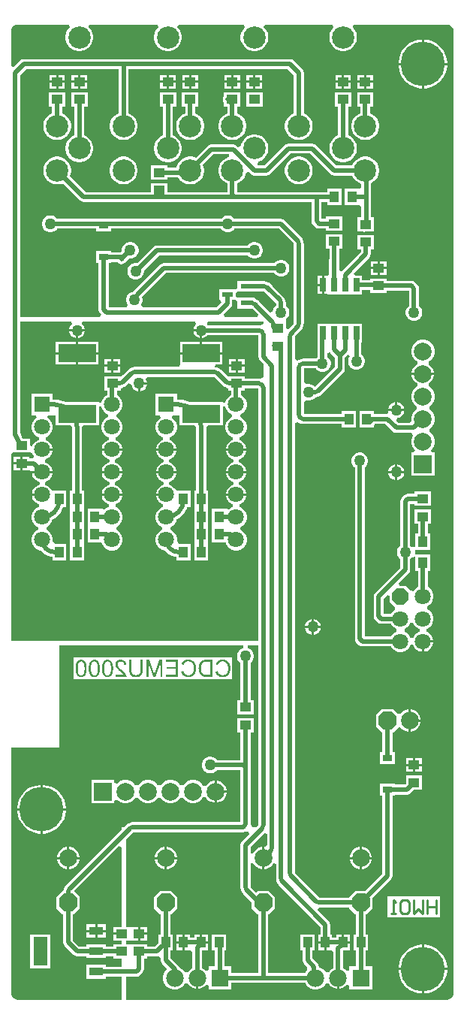
<source format=gbl>
G04*
G04 #@! TF.GenerationSoftware,Altium Limited,Altium Designer,24.1.2 (44)*
G04*
G04 Layer_Physical_Order=2*
G04 Layer_Color=16711680*
%FSLAX44Y44*%
%MOMM*%
G71*
G04*
G04 #@! TF.SameCoordinates,0FEA824A-C204-488D-A695-D1978D76774C*
G04*
G04*
G04 #@! TF.FilePolarity,Positive*
G04*
G01*
G75*
%ADD32C,0.5000*%
%ADD33R,1.0000X1.2500*%
%ADD34R,1.2500X1.0000*%
%ADD38R,1.0700X0.7400*%
%ADD42C,2.5240*%
%ADD43C,5.0000*%
%ADD44C,1.9800*%
%ADD45R,1.9800X1.9800*%
%ADD46C,2.0000*%
G04:AMPARAMS|DCode=47|XSize=2mm|YSize=2mm|CornerRadius=0mm|HoleSize=0mm|Usage=FLASHONLY|Rotation=90.000|XOffset=0mm|YOffset=0mm|HoleType=Round|Shape=Octagon|*
%AMOCTAGOND47*
4,1,8,0.5000,1.0000,-0.5000,1.0000,-1.0000,0.5000,-1.0000,-0.5000,-0.5000,-1.0000,0.5000,-1.0000,1.0000,-0.5000,1.0000,0.5000,0.5000,1.0000,0.0*
%
%ADD47OCTAGOND47*%

%ADD48R,2.0000X2.0000*%
%ADD49R,1.8000X1.8000*%
%ADD50C,1.8000*%
%ADD51R,2.0000X2.0000*%
G04:AMPARAMS|DCode=52|XSize=2mm|YSize=2mm|CornerRadius=0mm|HoleSize=0mm|Usage=FLASHONLY|Rotation=0.000|XOffset=0mm|YOffset=0mm|HoleType=Round|Shape=Octagon|*
%AMOCTAGOND52*
4,1,8,1.0000,-0.5000,1.0000,0.5000,0.5000,1.0000,-0.5000,1.0000,-1.0000,0.5000,-1.0000,-0.5000,-0.5000,-1.0000,0.5000,-1.0000,1.0000,-0.5000,0.0*
%
%ADD52OCTAGOND52*%

G04:AMPARAMS|DCode=53|XSize=1.8mm|YSize=1.8mm|CornerRadius=0mm|HoleSize=0mm|Usage=FLASHONLY|Rotation=270.000|XOffset=0mm|YOffset=0mm|HoleType=Round|Shape=Octagon|*
%AMOCTAGOND53*
4,1,8,-0.4500,-0.9000,0.4500,-0.9000,0.9000,-0.4500,0.9000,0.4500,0.4500,0.9000,-0.4500,0.9000,-0.9000,0.4500,-0.9000,-0.4500,-0.4500,-0.9000,0.0*
%
%ADD53OCTAGOND53*%

%ADD54C,1.2700*%
%ADD55R,4.3000X2.0000*%
%ADD56R,1.6500X3.2500*%
%ADD57R,1.6500X0.9500*%
%ADD58R,1.1000X1.2500*%
%ADD59R,1.3000X0.6000*%
%ADD60R,0.6500X1.5250*%
%ADD61C,0.2540*%
G36*
X499146Y1104191D02*
X500867Y1103478D01*
X502345Y1102345D01*
X503478Y1100867D01*
X504191Y1099146D01*
X504417Y1097426D01*
X504392Y1097300D01*
Y12700D01*
X504417Y12574D01*
X504191Y10854D01*
X503478Y9133D01*
X502345Y7656D01*
X500867Y6522D01*
X499146Y5809D01*
X497426Y5583D01*
X497300Y5608D01*
X135231D01*
Y31392D01*
X147000D01*
X149146Y31819D01*
X150965Y33035D01*
X153965Y36035D01*
X155181Y37854D01*
X155608Y40000D01*
Y52000D01*
X159250D01*
Y54392D01*
X170000D01*
X171392Y54669D01*
X173664Y53395D01*
X174392Y52712D01*
Y50000D01*
X174819Y47854D01*
X176035Y46035D01*
X181913Y40156D01*
X179678Y37921D01*
X177979Y34979D01*
X177100Y31698D01*
Y28302D01*
X177979Y25021D01*
X179678Y22079D01*
X182079Y19677D01*
X185021Y17979D01*
X188302Y17100D01*
X191698D01*
X194979Y17979D01*
X197921Y19677D01*
X200323Y22079D01*
X201300Y23772D01*
X204667Y23884D01*
X205546Y22362D01*
X207862Y20045D01*
X210698Y18408D01*
X213862Y17560D01*
X214230D01*
Y30000D01*
X216770D01*
Y17560D01*
X217138D01*
X220302Y18408D01*
X223138Y20045D01*
X225100Y22007D01*
X226576Y21760D01*
X228100Y20944D01*
Y17100D01*
X253900D01*
Y24392D01*
X337342D01*
X338677Y22079D01*
X341079Y19677D01*
X344021Y17979D01*
X347302Y17100D01*
X350698D01*
X353979Y17979D01*
X356921Y19677D01*
X359323Y22079D01*
X360300Y23772D01*
X363667Y23884D01*
X364546Y22362D01*
X366862Y20045D01*
X369698Y18408D01*
X372862Y17560D01*
X373230D01*
Y30000D01*
X375770D01*
Y17560D01*
X376138D01*
X379302Y18408D01*
X382138Y20045D01*
X384100Y22007D01*
X385576Y21760D01*
X387100Y20944D01*
Y17100D01*
X412900D01*
Y42900D01*
X405608D01*
Y60750D01*
X408000D01*
Y79250D01*
X405608D01*
Y102000D01*
X406500D01*
X413000Y108500D01*
Y120069D01*
X433965Y141035D01*
X435181Y142854D01*
X435608Y145000D01*
Y235550D01*
X438350D01*
Y236642D01*
X452250D01*
X454396Y237069D01*
X456215Y238285D01*
X459930Y242000D01*
X469250D01*
Y258000D01*
X450750D01*
Y248680D01*
X449927Y247858D01*
X438350D01*
Y248950D01*
X421650D01*
Y235550D01*
X424392D01*
Y147323D01*
X405069Y128000D01*
X393500D01*
X387000Y121500D01*
Y120608D01*
X353368D01*
X325608Y148368D01*
Y655211D01*
X328608Y656616D01*
X329705Y655774D01*
X332259Y654716D01*
X334745Y654389D01*
X335000Y654338D01*
X378566D01*
Y650696D01*
X394566D01*
Y669196D01*
X378566D01*
Y665553D01*
X335608D01*
Y679047D01*
X338608Y680921D01*
X339619Y680650D01*
X342081D01*
X344459Y681287D01*
X346591Y682518D01*
X348332Y684259D01*
X348434Y684435D01*
X348471Y684443D01*
X350958Y684770D01*
X353512Y685828D01*
X355469Y687330D01*
X355708Y687489D01*
X380269Y712050D01*
X381484Y713869D01*
X381911Y716015D01*
Y729283D01*
X385330Y732702D01*
X387518Y730741D01*
X386287Y728609D01*
X385650Y726231D01*
Y723769D01*
X386287Y721391D01*
X387518Y719259D01*
X389259Y717518D01*
X391391Y716287D01*
X393769Y715650D01*
X396231D01*
X398609Y716287D01*
X400741Y717518D01*
X402482Y719259D01*
X403713Y721391D01*
X404350Y723769D01*
Y726231D01*
X403713Y728609D01*
X402482Y730741D01*
X400741Y732482D01*
X400608Y732559D01*
Y746002D01*
X401533D01*
Y767252D01*
X391833D01*
X389033Y767252D01*
X386033Y767252D01*
X376333D01*
Y767252D01*
X376133D01*
Y767252D01*
X363633D01*
Y767252D01*
X363433D01*
Y767252D01*
X350933D01*
Y746002D01*
X351137D01*
Y730063D01*
X351004Y729986D01*
X349263Y728245D01*
X349186Y728112D01*
X335000D01*
X334745Y728061D01*
X332259Y727734D01*
X329705Y726676D01*
X328608Y725834D01*
X325608Y727239D01*
Y752677D01*
X330400Y757469D01*
X332510Y759579D01*
X332518Y759592D01*
X332518Y759592D01*
X332669Y759817D01*
X334172Y761776D01*
X335230Y764330D01*
X335557Y766816D01*
X335608Y767071D01*
Y857929D01*
X335557Y858184D01*
X335230Y860670D01*
X334172Y863224D01*
X332645Y865214D01*
X332501Y865430D01*
X332501Y865430D01*
X332501Y865430D01*
X313965Y883965D01*
X312146Y885181D01*
X310000Y885608D01*
X257559D01*
X257482Y885741D01*
X255741Y887482D01*
X253609Y888713D01*
X251231Y889350D01*
X248769D01*
X246391Y888713D01*
X244259Y887482D01*
X242518Y885741D01*
X242441Y885608D01*
X57559D01*
X57482Y885741D01*
X55741Y887482D01*
X53609Y888713D01*
X51231Y889350D01*
X48769D01*
X46391Y888713D01*
X44259Y887482D01*
X42518Y885741D01*
X41287Y883609D01*
X40650Y881231D01*
Y878769D01*
X41287Y876391D01*
X42518Y874259D01*
X44259Y872518D01*
X46391Y871287D01*
X48769Y870650D01*
X51231D01*
X53609Y871287D01*
X55741Y872518D01*
X57482Y874259D01*
X57559Y874392D01*
X101650D01*
Y871050D01*
X118350D01*
Y874392D01*
X242441D01*
X242518Y874259D01*
X244259Y872518D01*
X246391Y871287D01*
X248769Y870650D01*
X251231D01*
X253609Y871287D01*
X255741Y872518D01*
X257482Y874259D01*
X257559Y874392D01*
X307677D01*
X324392Y857677D01*
Y767323D01*
X319600Y762531D01*
X318367Y761297D01*
X315367Y762537D01*
Y769976D01*
X315367D01*
X315956Y772733D01*
X317482Y774259D01*
X318713Y776391D01*
X319350Y778769D01*
Y781231D01*
X318713Y783609D01*
X317482Y785741D01*
X315741Y787482D01*
X315608Y787559D01*
Y790584D01*
X315557Y790839D01*
X315230Y793325D01*
X314172Y795879D01*
X312645Y797869D01*
X312501Y798084D01*
Y798084D01*
X312501Y798084D01*
X300706Y809879D01*
X298585Y812001D01*
X298585Y812001D01*
X298585Y812001D01*
X298369Y812145D01*
X296379Y813672D01*
X293825Y814730D01*
X291339Y815057D01*
X291084Y815108D01*
X280000Y815108D01*
Y815500D01*
X261000D01*
Y808172D01*
X259000Y806000D01*
X240000D01*
Y794000D01*
X241327D01*
X242570Y791000D01*
X237177Y785608D01*
X153613D01*
X152456Y788043D01*
X152318Y788608D01*
X153477Y790616D01*
X154115Y792994D01*
Y795456D01*
X153478Y797833D01*
X180036Y824392D01*
X302441D01*
X302518Y824259D01*
X304259Y822518D01*
X306391Y821287D01*
X308769Y820650D01*
X311231D01*
X313609Y821287D01*
X315741Y822518D01*
X317482Y824259D01*
X318713Y826391D01*
X319350Y828769D01*
Y831231D01*
X318713Y833609D01*
X317482Y835741D01*
X315741Y837482D01*
X313609Y838713D01*
X311231Y839350D01*
X308769D01*
X306391Y838713D01*
X304259Y837482D01*
X302518Y835741D01*
X302441Y835608D01*
X177714D01*
X175568Y835181D01*
X173748Y833965D01*
X144180Y804397D01*
X143631Y803575D01*
X143534D01*
X141156Y802938D01*
X139024Y801707D01*
X137283Y799966D01*
X136052Y797834D01*
X135415Y795456D01*
Y792994D01*
X136052Y790616D01*
X137211Y788608D01*
X137073Y788043D01*
X135916Y785608D01*
X115608D01*
Y835550D01*
X118350D01*
Y836642D01*
X125629D01*
X126035Y836035D01*
X127854Y834819D01*
X130000Y834392D01*
X132146Y834819D01*
X133965Y836035D01*
X138620Y840690D01*
X138769Y840650D01*
X141231D01*
X143609Y841287D01*
X145741Y842518D01*
X147482Y844259D01*
X148713Y846391D01*
X149350Y848769D01*
Y851231D01*
X148713Y853609D01*
X147482Y855741D01*
X145741Y857482D01*
X143609Y858713D01*
X141231Y859350D01*
X138769D01*
X136391Y858713D01*
X134259Y857482D01*
X132518Y855741D01*
X131287Y853609D01*
X130650Y851231D01*
Y848769D01*
X127788Y847858D01*
X118350D01*
Y848950D01*
X101650D01*
Y835550D01*
X104392D01*
Y782929D01*
X104819Y780783D01*
X106035Y778964D01*
X106998Y778000D01*
X105756Y775000D01*
X15608D01*
Y1047677D01*
X22323Y1054392D01*
X126892D01*
Y1004584D01*
X125101Y1003842D01*
X122543Y1002133D01*
X120367Y999957D01*
X118658Y997399D01*
X117480Y994556D01*
X116880Y991538D01*
Y988462D01*
X117480Y985444D01*
X118658Y982601D01*
X120367Y980043D01*
X122543Y977867D01*
X125101Y976158D01*
X127944Y974980D01*
X130962Y974380D01*
X134038D01*
X137056Y974980D01*
X139899Y976158D01*
X142457Y977867D01*
X144633Y980043D01*
X146342Y982601D01*
X147520Y985444D01*
X148120Y988462D01*
Y991538D01*
X147520Y994556D01*
X146342Y997399D01*
X144633Y999957D01*
X142457Y1002133D01*
X139899Y1003842D01*
X138108Y1004584D01*
Y1054392D01*
X317677D01*
X324392Y1047677D01*
Y1004584D01*
X322601Y1003842D01*
X320043Y1002133D01*
X317867Y999957D01*
X316158Y997399D01*
X314980Y994556D01*
X314380Y991538D01*
Y988462D01*
X314980Y985444D01*
X316158Y982601D01*
X317867Y980043D01*
X320043Y977867D01*
X322601Y976158D01*
X325444Y974980D01*
X328462Y974380D01*
X331538D01*
X334556Y974980D01*
X337399Y976158D01*
X339957Y977867D01*
X342133Y980043D01*
X343842Y982601D01*
X345020Y985444D01*
X345620Y988462D01*
Y991538D01*
X345020Y994556D01*
X343842Y997399D01*
X342133Y999957D01*
X339957Y1002133D01*
X337399Y1003842D01*
X335608Y1004584D01*
Y1050000D01*
X335181Y1052146D01*
X333965Y1053965D01*
X323965Y1063965D01*
X322146Y1065181D01*
X320000Y1065608D01*
X20000D01*
X17854Y1065181D01*
X16035Y1063965D01*
X8608Y1056538D01*
X5608Y1057781D01*
Y1097300D01*
X5583Y1097426D01*
X5809Y1099146D01*
X6522Y1100867D01*
X7656Y1102345D01*
X9133Y1103478D01*
X10854Y1104191D01*
X12574Y1104417D01*
X12700Y1104392D01*
X70719D01*
X70782Y1104314D01*
X71802Y1101392D01*
X70367Y1099957D01*
X68658Y1097399D01*
X67480Y1094556D01*
X66880Y1091538D01*
Y1088462D01*
X67480Y1085444D01*
X68658Y1082601D01*
X70367Y1080043D01*
X72543Y1077867D01*
X75101Y1076158D01*
X77944Y1074980D01*
X80962Y1074380D01*
X84038D01*
X87056Y1074980D01*
X89899Y1076158D01*
X92457Y1077867D01*
X94633Y1080043D01*
X96342Y1082601D01*
X97520Y1085444D01*
X98120Y1088462D01*
Y1091538D01*
X97520Y1094556D01*
X96342Y1097399D01*
X94633Y1099957D01*
X93198Y1101392D01*
X94218Y1104314D01*
X94281Y1104392D01*
X170719D01*
X170782Y1104314D01*
X171802Y1101392D01*
X170367Y1099957D01*
X168658Y1097399D01*
X167480Y1094556D01*
X166880Y1091538D01*
Y1088462D01*
X167480Y1085444D01*
X168658Y1082601D01*
X170367Y1080043D01*
X172543Y1077867D01*
X175101Y1076158D01*
X177944Y1074980D01*
X180962Y1074380D01*
X184038D01*
X187056Y1074980D01*
X189899Y1076158D01*
X192457Y1077867D01*
X194633Y1080043D01*
X196342Y1082601D01*
X197520Y1085444D01*
X198120Y1088462D01*
Y1091538D01*
X197520Y1094556D01*
X196342Y1097399D01*
X194633Y1099957D01*
X193198Y1101392D01*
X194218Y1104314D01*
X194281Y1104392D01*
X268219D01*
X268282Y1104314D01*
X269302Y1101392D01*
X267867Y1099957D01*
X266158Y1097399D01*
X264980Y1094556D01*
X264380Y1091538D01*
Y1088462D01*
X264980Y1085444D01*
X266158Y1082601D01*
X267867Y1080043D01*
X270043Y1077867D01*
X272601Y1076158D01*
X275444Y1074980D01*
X278462Y1074380D01*
X281538D01*
X284556Y1074980D01*
X287399Y1076158D01*
X289957Y1077867D01*
X292133Y1080043D01*
X293842Y1082601D01*
X295020Y1085444D01*
X295620Y1088462D01*
Y1091538D01*
X295020Y1094556D01*
X293842Y1097399D01*
X292133Y1099957D01*
X290698Y1101392D01*
X291718Y1104314D01*
X291781Y1104392D01*
X368219D01*
X368282Y1104314D01*
X369302Y1101392D01*
X367867Y1099957D01*
X366158Y1097399D01*
X364980Y1094556D01*
X364380Y1091538D01*
Y1088462D01*
X364980Y1085444D01*
X366158Y1082601D01*
X367867Y1080043D01*
X370043Y1077867D01*
X372601Y1076158D01*
X375444Y1074980D01*
X378462Y1074380D01*
X381538D01*
X384556Y1074980D01*
X387399Y1076158D01*
X389957Y1077867D01*
X392133Y1080043D01*
X393842Y1082601D01*
X395020Y1085444D01*
X395620Y1088462D01*
Y1091538D01*
X395020Y1094556D01*
X393842Y1097399D01*
X392133Y1099957D01*
X390698Y1101392D01*
X391718Y1104314D01*
X391781Y1104392D01*
X497300D01*
X497426Y1104417D01*
X499146Y1104191D01*
D02*
G37*
G36*
X290832Y803892D02*
X304372Y790352D01*
X304259Y787482D01*
X302518Y785741D01*
X301287Y783609D01*
X300712Y781461D01*
X299916Y780998D01*
X297650Y780281D01*
X286082Y791849D01*
X286081Y791849D01*
X286081Y791849D01*
X284956Y792974D01*
X284806Y793074D01*
X282724Y794672D01*
X280170Y795730D01*
X280000Y795752D01*
Y796500D01*
X261000D01*
X259000Y798672D01*
Y801328D01*
X261000Y803500D01*
X280000D01*
Y803892D01*
X290832Y803892D01*
D02*
G37*
G36*
X259000Y794000D02*
X261000Y791828D01*
Y784500D01*
X277569D01*
X278151Y783918D01*
X284298Y777772D01*
X283150Y775000D01*
X246673D01*
X245431Y778000D01*
X253465Y786035D01*
X254681Y787854D01*
X255108Y790000D01*
Y794000D01*
X259000D01*
D02*
G37*
G36*
X290000Y767126D02*
X287000Y765327D01*
X285255Y765557D01*
X285000Y765608D01*
X227979D01*
X227107Y766310D01*
X226615Y767000D01*
X228047Y770000D01*
X290000D01*
Y767126D01*
D02*
G37*
G36*
X214400Y767523D02*
X214428Y767000D01*
X212886Y765459D01*
X211716Y763431D01*
X211137Y761270D01*
X220000D01*
Y760000D01*
X221270D01*
Y751137D01*
X223431Y751716D01*
X225459Y752886D01*
X226965Y754392D01*
X284392D01*
Y730000D01*
X284819Y727854D01*
X286035Y726035D01*
X290000Y722069D01*
Y707126D01*
X287000Y705327D01*
X285255Y705557D01*
X285000Y705608D01*
X269250D01*
Y708000D01*
X250750D01*
X250750Y708000D01*
Y708000D01*
X248423Y709507D01*
X242468Y715462D01*
X242252Y715607D01*
X240263Y717133D01*
X237708Y718191D01*
X235667Y718460D01*
X235864Y721460D01*
X244040D01*
Y732730D01*
X220000D01*
X195960D01*
Y721569D01*
X195960Y721460D01*
X195696Y718569D01*
X145033D01*
X144778Y718519D01*
X142292Y718191D01*
X139737Y717133D01*
X137747Y715607D01*
X137532Y715462D01*
X131577Y709507D01*
X129250Y708000D01*
Y708000D01*
X129250Y708000D01*
X110750D01*
Y692000D01*
X113762D01*
Y686819D01*
X112002Y685802D01*
X109768Y683568D01*
X108188Y680832D01*
X107500Y678265D01*
X104500Y678660D01*
Y679000D01*
X67265D01*
X64178Y680278D01*
X59449Y681414D01*
X54701Y681788D01*
X54600Y681808D01*
X52630D01*
Y688200D01*
X28630D01*
Y664200D01*
X33840D01*
X34643Y661200D01*
X33262Y660402D01*
X31028Y658168D01*
X29448Y655432D01*
X28630Y652380D01*
Y649220D01*
X29448Y646168D01*
X31028Y643432D01*
X33262Y641198D01*
X35998Y639618D01*
X36756Y639415D01*
Y636309D01*
X36176Y636153D01*
X33544Y634634D01*
X31396Y632486D01*
X29876Y629854D01*
X29750Y629382D01*
X26750Y629777D01*
Y638000D01*
X18707D01*
X15670Y644908D01*
X15679Y644922D01*
X15679D01*
X15608Y645093D01*
Y770000D01*
X73540D01*
X74400Y767523D01*
X74428Y767000D01*
X72886Y765459D01*
X71716Y763431D01*
X71137Y761270D01*
X88863D01*
X88284Y763431D01*
X87114Y765459D01*
X85572Y767000D01*
X85600Y767523D01*
X86460Y770000D01*
X213540D01*
X214400Y767523D01*
D02*
G37*
G36*
X365918Y734060D02*
X370695Y729283D01*
Y718338D01*
X348215Y695858D01*
X346591Y697482D01*
X344459Y698713D01*
X342081Y699350D01*
X339619D01*
X338608Y699079D01*
X335608Y700953D01*
Y716896D01*
X349186D01*
X349263Y716763D01*
X351004Y715022D01*
X353136Y713791D01*
X355514Y713154D01*
X357976D01*
X360354Y713791D01*
X362486Y715022D01*
X364227Y716763D01*
X365458Y718895D01*
X366095Y721273D01*
Y723735D01*
X365458Y726113D01*
X364227Y728245D01*
X362486Y729986D01*
X362353Y730063D01*
Y733996D01*
X365353Y734906D01*
X365918Y734060D01*
D02*
G37*
G36*
X244583Y697486D02*
X244830Y697321D01*
X246776Y695828D01*
X249330Y694770D01*
X250750Y694583D01*
Y692000D01*
X253762D01*
Y686819D01*
X252002Y685802D01*
X249768Y683568D01*
X248188Y680832D01*
X247500Y678265D01*
X244500Y678660D01*
Y679000D01*
X207265D01*
X204178Y680278D01*
X199449Y681414D01*
X194701Y681788D01*
X194600Y681808D01*
X192630D01*
Y688200D01*
X168630D01*
Y664200D01*
X173840D01*
X174643Y661200D01*
X173262Y660402D01*
X171028Y658168D01*
X169448Y655432D01*
X168630Y652380D01*
Y649220D01*
X169448Y646168D01*
X171028Y643432D01*
X173262Y641198D01*
X175998Y639618D01*
X176756Y639415D01*
Y636309D01*
X176176Y636153D01*
X173544Y634634D01*
X171396Y632486D01*
X169876Y629854D01*
X169090Y626919D01*
Y626670D01*
X192170D01*
Y626919D01*
X191383Y629854D01*
X189864Y632486D01*
X187716Y634634D01*
X185084Y636153D01*
X184504Y636309D01*
Y639415D01*
X185262Y639618D01*
X187998Y641198D01*
X190232Y643432D01*
X191812Y646168D01*
X192630Y649220D01*
Y652380D01*
X191812Y655432D01*
X190232Y658168D01*
X187998Y660402D01*
X186617Y661200D01*
X187420Y664200D01*
X192630D01*
Y664200D01*
X195500Y663886D01*
Y653000D01*
X212408D01*
X214392Y650800D01*
Y579250D01*
X212000D01*
Y560750D01*
X212000D01*
X212000Y559250D01*
X212000D01*
Y540750D01*
X212000D01*
Y539250D01*
X212000D01*
Y520750D01*
X212000D01*
Y519250D01*
X212000D01*
Y500750D01*
X228000D01*
Y519250D01*
X228000D01*
Y520750D01*
X228000D01*
Y539250D01*
X228000D01*
Y540750D01*
X228000D01*
Y559250D01*
X228000D01*
X228000Y560750D01*
X228000D01*
Y579250D01*
X225608D01*
Y650800D01*
X227383Y652844D01*
X227528Y653000D01*
X244500D01*
Y673740D01*
X247500Y674135D01*
X248188Y671568D01*
X249768Y668832D01*
X252002Y666598D01*
X254655Y665066D01*
X254738Y664711D01*
Y662289D01*
X254655Y661934D01*
X252002Y660402D01*
X249768Y658168D01*
X248188Y655432D01*
X247370Y652380D01*
Y649220D01*
X248188Y646168D01*
X249768Y643432D01*
X252002Y641198D01*
X254738Y639618D01*
X255496Y639415D01*
Y636309D01*
X254916Y636153D01*
X252284Y634634D01*
X250136Y632486D01*
X248616Y629854D01*
X247830Y626919D01*
Y626670D01*
X270910D01*
Y626919D01*
X270124Y629854D01*
X268604Y632486D01*
X266456Y634634D01*
X263824Y636153D01*
X263244Y636309D01*
Y639415D01*
X264002Y639618D01*
X266738Y641198D01*
X268972Y643432D01*
X270552Y646168D01*
X271370Y649220D01*
Y652380D01*
X270552Y655432D01*
X268972Y658168D01*
X266738Y660402D01*
X264085Y661934D01*
X264002Y662289D01*
Y664711D01*
X264085Y665066D01*
X266738Y666598D01*
X268972Y668832D01*
X270552Y671568D01*
X271370Y674620D01*
Y677780D01*
X270552Y680832D01*
X268972Y683568D01*
X266738Y685802D01*
X264978Y686819D01*
Y692000D01*
X269250D01*
Y694392D01*
X284392D01*
Y410000D01*
X5608D01*
Y621136D01*
X8250Y622000D01*
Y622000D01*
X26488D01*
X26750Y622000D01*
X29655Y621771D01*
X29876Y620946D01*
X31396Y618314D01*
X31210Y617377D01*
X30051Y615417D01*
X26290D01*
Y617540D01*
X18770D01*
Y610000D01*
Y602460D01*
X26290D01*
Y602460D01*
X26508Y602529D01*
X28008Y601270D01*
X52170D01*
Y601519D01*
X51384Y604454D01*
X49864Y607086D01*
X47716Y609234D01*
X45084Y610754D01*
X43616Y611147D01*
Y614253D01*
X45084Y614646D01*
X47716Y616166D01*
X49864Y618314D01*
X51384Y620946D01*
X52170Y623881D01*
Y624130D01*
X40630D01*
Y626670D01*
X52170D01*
Y626919D01*
X51384Y629854D01*
X49864Y632486D01*
X47716Y634634D01*
X45084Y636153D01*
X44504Y636309D01*
Y639415D01*
X45262Y639618D01*
X47998Y641198D01*
X50232Y643432D01*
X51812Y646168D01*
X52630Y649220D01*
Y652380D01*
X51812Y655432D01*
X50232Y658168D01*
X47998Y660402D01*
X46617Y661200D01*
X47420Y664200D01*
X52630D01*
Y664200D01*
X55500Y663886D01*
Y653000D01*
X72408D01*
X74392Y650800D01*
Y579250D01*
X72000D01*
Y560750D01*
X72000D01*
X72000Y559250D01*
X72000D01*
Y540750D01*
X72000D01*
Y539250D01*
X72000D01*
Y520750D01*
X72000D01*
X72000Y519250D01*
X72000D01*
Y500750D01*
X88000D01*
Y519250D01*
X88000D01*
X88000Y520750D01*
X88000D01*
Y539250D01*
X88000D01*
Y540750D01*
X88000D01*
Y559250D01*
X88000D01*
X88000Y560750D01*
X88000D01*
Y579250D01*
X85608D01*
Y650800D01*
X87383Y652844D01*
X87528Y653000D01*
X104500D01*
Y673740D01*
X107500Y674135D01*
X108188Y671568D01*
X109768Y668832D01*
X112002Y666598D01*
X114655Y665066D01*
X114738Y664711D01*
Y662289D01*
X114655Y661934D01*
X112002Y660402D01*
X109768Y658168D01*
X108188Y655432D01*
X107370Y652380D01*
Y649220D01*
X108188Y646168D01*
X109768Y643432D01*
X112002Y641198D01*
X114738Y639618D01*
X115496Y639415D01*
Y636309D01*
X114916Y636153D01*
X112284Y634634D01*
X110136Y632486D01*
X108616Y629854D01*
X107830Y626919D01*
Y626670D01*
X130910D01*
Y626919D01*
X130124Y629854D01*
X128604Y632486D01*
X126456Y634634D01*
X123824Y636153D01*
X123244Y636309D01*
Y639415D01*
X124002Y639618D01*
X126738Y641198D01*
X128972Y643432D01*
X130552Y646168D01*
X131370Y649220D01*
Y652380D01*
X130552Y655432D01*
X128972Y658168D01*
X126738Y660402D01*
X124085Y661934D01*
X124002Y662289D01*
Y664711D01*
X124085Y665066D01*
X126738Y666598D01*
X128972Y668832D01*
X130552Y671568D01*
X131370Y674620D01*
Y677780D01*
X130552Y680832D01*
X128972Y683568D01*
X126738Y685802D01*
X124978Y686819D01*
Y692000D01*
X129250D01*
Y694583D01*
X130670Y694770D01*
X133224Y695828D01*
X135183Y697331D01*
X135408Y697482D01*
X135408Y697482D01*
X135421Y697490D01*
X138110Y700180D01*
X141110Y698937D01*
Y698830D01*
X141716Y696569D01*
X142886Y694541D01*
X144541Y692886D01*
X146569Y691716D01*
X148730Y691137D01*
Y700000D01*
X150000D01*
Y701270D01*
X158863D01*
X158284Y703431D01*
X157752Y704354D01*
X159104Y707162D01*
X159329Y707354D01*
X234715D01*
X244583Y697486D01*
D02*
G37*
G36*
X284392Y202323D02*
X282069Y200000D01*
X277991D01*
X275608Y202929D01*
Y267071D01*
Y307000D01*
X279250D01*
Y323000D01*
X260750D01*
Y307000D01*
X264392D01*
Y275608D01*
X237559D01*
X237482Y275741D01*
X235741Y277482D01*
X233609Y278713D01*
X231231Y279350D01*
X228769D01*
X226391Y278713D01*
X224259Y277482D01*
X222518Y275741D01*
X221287Y273609D01*
X220650Y271231D01*
Y268769D01*
X221287Y266391D01*
X222518Y264259D01*
X224259Y262518D01*
X226391Y261287D01*
X228769Y260650D01*
X231231D01*
X233609Y261287D01*
X235741Y262518D01*
X237482Y264259D01*
X237559Y264392D01*
X264392D01*
Y205608D01*
X142782D01*
X142528Y205557D01*
X140041Y205230D01*
X137487Y204172D01*
X135528Y202669D01*
X135303Y202518D01*
X135303Y202518D01*
X135291Y202510D01*
X132781Y200000D01*
X130000D01*
Y197219D01*
X69600Y136819D01*
X67490Y134709D01*
X67482Y134697D01*
X67482Y134697D01*
X67331Y134472D01*
X65828Y132513D01*
X64770Y129959D01*
X64512Y128000D01*
X63500D01*
X57000Y121500D01*
Y108500D01*
X63500Y102000D01*
X64392D01*
Y70000D01*
X64819Y67854D01*
X66035Y66035D01*
X76035Y56035D01*
X77854Y54819D01*
X80000Y54392D01*
X90250D01*
Y52250D01*
X112750D01*
Y54392D01*
X120750D01*
Y52000D01*
X130000D01*
Y42608D01*
X112750D01*
Y44750D01*
X90250D01*
Y29250D01*
X112750D01*
Y31392D01*
X130000D01*
Y5608D01*
X12700D01*
X12574Y5583D01*
X10854Y5809D01*
X9133Y6522D01*
X7656Y7656D01*
X6522Y9133D01*
X5809Y10854D01*
X5583Y12574D01*
X5608Y12700D01*
Y290000D01*
X60000D01*
Y404777D01*
X267042D01*
X267437Y401777D01*
X266167Y401436D01*
X264035Y400205D01*
X262294Y398465D01*
X261063Y396333D01*
X260426Y393955D01*
Y391493D01*
X261063Y389115D01*
X262294Y386983D01*
X264035Y385242D01*
X264392Y385036D01*
Y343000D01*
X260750D01*
Y327000D01*
X279250D01*
Y343000D01*
X275608D01*
Y385332D01*
X277258Y386983D01*
X278489Y389115D01*
X279126Y391493D01*
Y393955D01*
X278489Y396333D01*
X277258Y398465D01*
X275517Y400205D01*
X273385Y401436D01*
X272115Y401777D01*
X272511Y404777D01*
X284392D01*
Y202323D01*
D02*
G37*
G36*
X294392Y192219D02*
Y179911D01*
X291651Y177540D01*
X291270D01*
Y165000D01*
Y152460D01*
X291651D01*
X294840Y153315D01*
X297700Y154965D01*
X300035Y157300D01*
X301259Y159421D01*
X304259Y158617D01*
Y142204D01*
X304310Y141949D01*
X304637Y139463D01*
X305695Y136909D01*
X307193Y134957D01*
X307355Y134714D01*
X354392Y87677D01*
Y78790D01*
X352460D01*
Y71270D01*
X360000D01*
Y70000D01*
X361270D01*
Y61210D01*
X367540D01*
X368892Y58770D01*
Y41127D01*
X366862Y39954D01*
X364546Y37638D01*
X363667Y36116D01*
X360300Y36228D01*
X359323Y37921D01*
X356921Y40322D01*
X353979Y42021D01*
X352804Y42336D01*
Y42804D01*
X352377Y44950D01*
X351162Y46769D01*
X345608Y52323D01*
Y60750D01*
X348000D01*
Y79250D01*
X332000D01*
Y73238D01*
X331892Y72696D01*
X332000Y72154D01*
Y60750D01*
X334392D01*
Y50000D01*
X334819Y47854D01*
X336035Y46035D01*
X339430Y42639D01*
X339398Y38641D01*
X338677Y37921D01*
X337342Y35608D01*
X295608D01*
Y102000D01*
X296500D01*
X303000Y108500D01*
Y121500D01*
X296500Y128000D01*
X283500D01*
X281715Y126215D01*
X275608Y132323D01*
Y159134D01*
X276695Y159546D01*
X278608Y159652D01*
X279965Y157300D01*
X282300Y154965D01*
X285160Y153315D01*
X288349Y152460D01*
X288730D01*
Y165000D01*
Y177540D01*
X288349D01*
X285160Y176685D01*
X282300Y175035D01*
X279965Y172700D01*
X278608Y170348D01*
X276695Y170454D01*
X275608Y170865D01*
Y177677D01*
X291392Y193462D01*
X294392Y192219D01*
D02*
G37*
G36*
X130000Y177438D02*
Y87540D01*
X121210D01*
Y81270D01*
X130000D01*
Y78730D01*
X121210D01*
Y72460D01*
X130000D01*
Y68000D01*
X120750D01*
Y65608D01*
X112750D01*
Y67750D01*
X90250D01*
Y65608D01*
X82323D01*
X75608Y72323D01*
Y102000D01*
X76500D01*
X83000Y108500D01*
Y121500D01*
X76571Y127929D01*
X127228Y178587D01*
X130000Y177438D01*
D02*
G37*
G36*
X352861Y109443D02*
X353116Y109392D01*
X387000D01*
Y108500D01*
X393500Y102000D01*
X394392D01*
Y79250D01*
X392000D01*
Y60750D01*
X394392D01*
Y42900D01*
X387100D01*
Y39056D01*
X385576Y38239D01*
X384100Y37993D01*
X382138Y39954D01*
X380108Y41127D01*
Y60998D01*
X380320Y61210D01*
X387540D01*
Y68730D01*
X380000D01*
Y70000D01*
X378730D01*
Y78790D01*
X372460D01*
Y75608D01*
X367540D01*
Y78790D01*
X365608D01*
Y90000D01*
X365181Y92146D01*
X363965Y93965D01*
X363965Y93965D01*
X351309Y106621D01*
X352710Y109463D01*
X352861Y109443D01*
D02*
G37*
G36*
X274298Y192228D02*
X266035Y183965D01*
X264819Y182146D01*
X264392Y180000D01*
Y132071D01*
X264443Y131816D01*
X264770Y129330D01*
X265828Y126776D01*
X267331Y124817D01*
X267490Y124579D01*
X277000Y115070D01*
Y108500D01*
X283500Y102000D01*
X284392D01*
Y35608D01*
X253900D01*
Y42900D01*
X246608D01*
Y60750D01*
X248000D01*
Y73208D01*
X248108Y73750D01*
X248000Y74292D01*
Y79250D01*
X243042D01*
X242500Y79358D01*
X241958Y79250D01*
X232000D01*
Y60750D01*
X235392D01*
Y42900D01*
X228100D01*
Y39056D01*
X226576Y38239D01*
X225100Y37993D01*
X223138Y39954D01*
X221108Y41127D01*
Y61210D01*
X227540D01*
Y68730D01*
X220000D01*
Y70000D01*
X218730D01*
Y78790D01*
X212460D01*
Y75608D01*
X207540D01*
Y78790D01*
X201270D01*
Y70000D01*
Y61210D01*
X207540D01*
X209892Y59646D01*
Y41127D01*
X207862Y39954D01*
X205546Y37638D01*
X204667Y36116D01*
X201300Y36228D01*
X200323Y37921D01*
X197921Y40322D01*
X195235Y41873D01*
X195181Y42146D01*
X193965Y43965D01*
X185608Y52323D01*
Y60750D01*
X188000D01*
Y79250D01*
X185608D01*
Y102000D01*
X186500D01*
X193000Y108500D01*
Y121500D01*
X186500Y128000D01*
X173500D01*
X167000Y121500D01*
Y108500D01*
X173500Y102000D01*
X174392D01*
Y79250D01*
X172000D01*
Y69931D01*
X167677Y65608D01*
X159250D01*
Y68000D01*
X140750D01*
Y68000D01*
X139250Y68000D01*
Y68000D01*
X135231D01*
Y72410D01*
X138231Y72460D01*
X141210Y72460D01*
X141790Y72460D01*
X148730D01*
Y80000D01*
Y87540D01*
X141790D01*
X138790Y87540D01*
X138231Y87540D01*
X135231Y87590D01*
Y186589D01*
X143034Y194392D01*
X267071D01*
X269217Y194819D01*
X269488Y195000D01*
X273150D01*
X274298Y192228D01*
D02*
G37*
%LPC*%
G36*
X472168Y1087540D02*
X471270D01*
Y1061270D01*
X497540D01*
Y1062167D01*
X496862Y1066449D01*
X495522Y1070572D01*
X493554Y1074434D01*
X491006Y1077941D01*
X487941Y1081006D01*
X484434Y1083554D01*
X480572Y1085522D01*
X476449Y1086862D01*
X472168Y1087540D01*
D02*
G37*
G36*
X468730D02*
X467832D01*
X463551Y1086862D01*
X459428Y1085522D01*
X455566Y1083554D01*
X452059Y1081006D01*
X448994Y1077941D01*
X446446Y1074434D01*
X444478Y1070572D01*
X443138Y1066449D01*
X442460Y1062167D01*
Y1061270D01*
X468730D01*
Y1087540D01*
D02*
G37*
G36*
X216290Y1047540D02*
X208770D01*
Y1041270D01*
X216290D01*
Y1047540D01*
D02*
G37*
G36*
X191290D02*
X183770D01*
Y1041270D01*
X191290D01*
Y1047540D01*
D02*
G37*
G36*
X413790D02*
X406270D01*
Y1041270D01*
X413790D01*
Y1047540D01*
D02*
G37*
G36*
X288790D02*
X281270D01*
Y1041270D01*
X288790D01*
Y1047540D01*
D02*
G37*
G36*
X263790D02*
X256270D01*
Y1041270D01*
X263790D01*
Y1047540D01*
D02*
G37*
G36*
X388790D02*
X381270D01*
Y1041270D01*
X388790D01*
Y1047540D01*
D02*
G37*
G36*
X91290D02*
X83770D01*
Y1041270D01*
X91290D01*
Y1047540D01*
D02*
G37*
G36*
X66290D02*
X58770D01*
Y1041270D01*
X66290D01*
Y1047540D01*
D02*
G37*
G36*
X403730D02*
X396210D01*
Y1041270D01*
X403730D01*
Y1047540D01*
D02*
G37*
G36*
X278730D02*
X271210D01*
Y1041270D01*
X278730D01*
Y1047540D01*
D02*
G37*
G36*
X253730D02*
X246210D01*
Y1041270D01*
X253730D01*
Y1047540D01*
D02*
G37*
G36*
X56230D02*
X48710D01*
Y1041270D01*
X56230D01*
Y1047540D01*
D02*
G37*
G36*
X378730D02*
X371210D01*
Y1041270D01*
X378730D01*
Y1047540D01*
D02*
G37*
G36*
X81230D02*
X73710D01*
Y1041270D01*
X81230D01*
Y1047540D01*
D02*
G37*
G36*
X206230D02*
X198710D01*
Y1041270D01*
X206230D01*
Y1047540D01*
D02*
G37*
G36*
X181230D02*
X173710D01*
Y1041270D01*
X181230D01*
Y1047540D01*
D02*
G37*
G36*
X413790Y1038730D02*
X406270D01*
Y1032460D01*
X413790D01*
Y1038730D01*
D02*
G37*
G36*
X403730D02*
X396210D01*
Y1032460D01*
X403730D01*
Y1038730D01*
D02*
G37*
G36*
X388790D02*
X381270D01*
Y1032460D01*
X388790D01*
Y1038730D01*
D02*
G37*
G36*
X378730D02*
X371210D01*
Y1032460D01*
X378730D01*
Y1038730D01*
D02*
G37*
G36*
X288790D02*
X281270D01*
Y1032460D01*
X288790D01*
Y1038730D01*
D02*
G37*
G36*
X278730D02*
X271210D01*
Y1032460D01*
X278730D01*
Y1038730D01*
D02*
G37*
G36*
X263790D02*
X256270D01*
Y1032460D01*
X263790D01*
Y1038730D01*
D02*
G37*
G36*
X253730D02*
X246210D01*
Y1032460D01*
X253730D01*
Y1038730D01*
D02*
G37*
G36*
X216290D02*
X208770D01*
Y1032460D01*
X216290D01*
Y1038730D01*
D02*
G37*
G36*
X206230D02*
X198710D01*
Y1032460D01*
X206230D01*
Y1038730D01*
D02*
G37*
G36*
X191290D02*
X183770D01*
Y1032460D01*
X191290D01*
Y1038730D01*
D02*
G37*
G36*
X181230D02*
X173710D01*
Y1032460D01*
X181230D01*
Y1038730D01*
D02*
G37*
G36*
X91290D02*
X83770D01*
Y1032460D01*
X91290D01*
Y1038730D01*
D02*
G37*
G36*
X81230D02*
X73710D01*
Y1032460D01*
X81230D01*
Y1038730D01*
D02*
G37*
G36*
X66290D02*
X58770D01*
Y1032460D01*
X66290D01*
Y1038730D01*
D02*
G37*
G36*
X56230D02*
X48710D01*
Y1032460D01*
X56230D01*
Y1038730D01*
D02*
G37*
G36*
X497540Y1058730D02*
X471270D01*
Y1032460D01*
X472168D01*
X476449Y1033138D01*
X480572Y1034478D01*
X484434Y1036446D01*
X487941Y1038994D01*
X491006Y1042059D01*
X493554Y1045566D01*
X495522Y1049428D01*
X496862Y1053551D01*
X497540Y1057832D01*
Y1058730D01*
D02*
G37*
G36*
X468730D02*
X442460D01*
Y1057832D01*
X443138Y1053551D01*
X444478Y1049428D01*
X446446Y1045566D01*
X448994Y1042059D01*
X452059Y1038994D01*
X455566Y1036446D01*
X459428Y1034478D01*
X463551Y1033138D01*
X467832Y1032460D01*
X468730D01*
Y1058730D01*
D02*
G37*
G36*
X289250Y1028000D02*
X270750D01*
Y1012000D01*
X289250D01*
Y1028000D01*
D02*
G37*
G36*
X414250D02*
X395750D01*
Y1012000D01*
X399392D01*
Y1004584D01*
X397601Y1003842D01*
X395043Y1002133D01*
X392867Y999957D01*
X391158Y997399D01*
X389980Y994556D01*
X389380Y991538D01*
Y988462D01*
X389980Y985444D01*
X391158Y982601D01*
X392867Y980043D01*
X395043Y977867D01*
X397601Y976158D01*
X400444Y974980D01*
X403462Y974380D01*
X406538D01*
X409556Y974980D01*
X412399Y976158D01*
X414957Y977867D01*
X417133Y980043D01*
X418842Y982601D01*
X420020Y985444D01*
X420620Y988462D01*
Y991538D01*
X420020Y994556D01*
X418842Y997399D01*
X417133Y999957D01*
X414957Y1002133D01*
X412399Y1003842D01*
X410608Y1004584D01*
Y1012000D01*
X414250D01*
Y1028000D01*
D02*
G37*
G36*
X264250D02*
X245750D01*
Y1023539D01*
X244819Y1022146D01*
X244392Y1020000D01*
X244819Y1017854D01*
X245750Y1016461D01*
Y1012000D01*
X249392D01*
Y1004584D01*
X247601Y1003842D01*
X245043Y1002133D01*
X242867Y999957D01*
X241158Y997399D01*
X239980Y994556D01*
X239380Y991538D01*
Y988462D01*
X239980Y985444D01*
X241158Y982601D01*
X242867Y980043D01*
X245043Y977867D01*
X247601Y976158D01*
X250444Y974980D01*
X253462Y974380D01*
X256538D01*
X259556Y974980D01*
X262399Y976158D01*
X264957Y977867D01*
X267133Y980043D01*
X268842Y982601D01*
X270020Y985444D01*
X270620Y988462D01*
Y991538D01*
X270020Y994556D01*
X268842Y997399D01*
X267133Y999957D01*
X264957Y1002133D01*
X262399Y1003842D01*
X260608Y1004584D01*
Y1012000D01*
X264250D01*
Y1028000D01*
D02*
G37*
G36*
X216750D02*
X198250D01*
Y1012000D01*
X201892D01*
Y1004584D01*
X200101Y1003842D01*
X197543Y1002133D01*
X195367Y999957D01*
X193658Y997399D01*
X192480Y994556D01*
X191880Y991538D01*
Y988462D01*
X192480Y985444D01*
X193658Y982601D01*
X195367Y980043D01*
X197543Y977867D01*
X200101Y976158D01*
X202944Y974980D01*
X205962Y974380D01*
X209038D01*
X212056Y974980D01*
X214899Y976158D01*
X217457Y977867D01*
X219633Y980043D01*
X221342Y982601D01*
X222520Y985444D01*
X223120Y988462D01*
Y991538D01*
X222520Y994556D01*
X221342Y997399D01*
X219633Y999957D01*
X217457Y1002133D01*
X214899Y1003842D01*
X213108Y1004584D01*
Y1012000D01*
X216750D01*
Y1028000D01*
D02*
G37*
G36*
X66750D02*
X48250D01*
Y1012000D01*
X51892D01*
Y1004584D01*
X50101Y1003842D01*
X47543Y1002133D01*
X45367Y999957D01*
X43658Y997399D01*
X42480Y994556D01*
X41880Y991538D01*
Y988462D01*
X42480Y985444D01*
X43658Y982601D01*
X45367Y980043D01*
X47543Y977867D01*
X50101Y976158D01*
X52944Y974980D01*
X55962Y974380D01*
X59038D01*
X62056Y974980D01*
X64899Y976158D01*
X67457Y977867D01*
X69633Y980043D01*
X71342Y982601D01*
X72520Y985444D01*
X73120Y988462D01*
Y991538D01*
X72520Y994556D01*
X71342Y997399D01*
X69633Y999957D01*
X67457Y1002133D01*
X64899Y1003842D01*
X63108Y1004584D01*
Y1012000D01*
X66750D01*
Y1016958D01*
X66858Y1017500D01*
X66750Y1018042D01*
Y1028000D01*
D02*
G37*
G36*
X281538Y980620D02*
X278462D01*
X275444Y980020D01*
X272601Y978842D01*
X270043Y977133D01*
X267867Y974957D01*
X266158Y972399D01*
X264980Y969556D01*
X264588Y967585D01*
X261594Y966336D01*
X260078Y967852D01*
X258259Y969068D01*
X256113Y969495D01*
X231387D01*
X229241Y969068D01*
X227422Y967852D01*
X213847Y954278D01*
X212056Y955020D01*
X209038Y955620D01*
X205962D01*
X202944Y955020D01*
X200101Y953842D01*
X197543Y952133D01*
X195367Y949957D01*
X193658Y947399D01*
X192480Y944556D01*
X192192Y943108D01*
X181750D01*
Y945500D01*
X163250D01*
Y929500D01*
X181750D01*
Y931892D01*
X194131D01*
X195367Y930043D01*
X197543Y927867D01*
X200101Y926158D01*
X202944Y924980D01*
X205962Y924380D01*
X209038D01*
X212056Y924980D01*
X214899Y926158D01*
X217457Y927867D01*
X219633Y930043D01*
X221342Y932601D01*
X222520Y935444D01*
X223120Y938462D01*
Y941538D01*
X222520Y944556D01*
X221778Y946347D01*
X233710Y958279D01*
X251453D01*
X251748Y955279D01*
X250444Y955020D01*
X247601Y953842D01*
X245043Y952133D01*
X242867Y949957D01*
X241158Y947399D01*
X239980Y944556D01*
X239380Y941538D01*
Y938462D01*
X239980Y935444D01*
X241158Y932601D01*
X242867Y930043D01*
X245043Y927867D01*
X247601Y926158D01*
X249392Y925416D01*
Y915608D01*
X181750D01*
Y925500D01*
X163250D01*
Y915608D01*
X89823D01*
X71778Y933653D01*
X72520Y935444D01*
X73120Y938462D01*
Y941538D01*
X72520Y944556D01*
X71342Y947399D01*
X69633Y949957D01*
X67457Y952133D01*
X64899Y953842D01*
X62056Y955020D01*
X59038Y955620D01*
X55962D01*
X52944Y955020D01*
X50101Y953842D01*
X47543Y952133D01*
X45367Y949957D01*
X43658Y947399D01*
X42480Y944556D01*
X41880Y941538D01*
Y938462D01*
X42480Y935444D01*
X43658Y932601D01*
X45367Y930043D01*
X47543Y927867D01*
X50101Y926158D01*
X52944Y924980D01*
X55962Y924380D01*
X59038D01*
X62056Y924980D01*
X63847Y925722D01*
X83535Y906035D01*
X85354Y904819D01*
X87500Y904392D01*
X344392D01*
Y882929D01*
X344819Y880783D01*
X346035Y878964D01*
X348964Y876035D01*
X350783Y874819D01*
X352929Y874392D01*
X360750D01*
Y872000D01*
X379250D01*
Y888000D01*
X360750D01*
Y885608D01*
X355608D01*
Y904392D01*
X362000D01*
Y900750D01*
X378000D01*
Y919250D01*
X362000D01*
Y915608D01*
X260608D01*
Y925416D01*
X262399Y926158D01*
X264957Y927867D01*
X267133Y930043D01*
X268842Y932601D01*
X270020Y935444D01*
X270412Y937415D01*
X273406Y938664D01*
X276035Y936035D01*
X277854Y934819D01*
X280000Y934392D01*
X293549D01*
X295695Y934819D01*
X297514Y936035D01*
X320513Y959034D01*
X343036D01*
X366035Y936035D01*
X367854Y934819D01*
X370000Y934392D01*
X390416D01*
X391158Y932601D01*
X392867Y930043D01*
X395043Y927867D01*
X397601Y926158D01*
X400351Y925019D01*
Y920817D01*
X398000Y919250D01*
X382000D01*
Y900750D01*
X398000D01*
X400351Y899183D01*
Y887142D01*
X396247D01*
Y871142D01*
X401835D01*
X403804Y870750D01*
X405774Y871142D01*
X414747D01*
Y887142D01*
X411566D01*
Y925813D01*
X412399Y926158D01*
X414957Y927867D01*
X417133Y930043D01*
X418842Y932601D01*
X420020Y935444D01*
X420620Y938462D01*
Y941538D01*
X420020Y944556D01*
X418842Y947399D01*
X417133Y949957D01*
X414957Y952133D01*
X412399Y953842D01*
X409556Y955020D01*
X406538Y955620D01*
X403462D01*
X400444Y955020D01*
X397601Y953842D01*
X395043Y952133D01*
X392867Y949957D01*
X391158Y947399D01*
X390416Y945608D01*
X372323D01*
X349324Y968606D01*
X347505Y969822D01*
X345359Y970249D01*
X318190D01*
X316044Y969822D01*
X314225Y968606D01*
X291226Y945608D01*
X284175D01*
X283421Y946696D01*
X284532Y949910D01*
X284741Y950057D01*
X287399Y951158D01*
X289957Y952867D01*
X292133Y955043D01*
X293842Y957601D01*
X295020Y960444D01*
X295620Y963462D01*
Y966538D01*
X295020Y969556D01*
X293842Y972399D01*
X292133Y974957D01*
X289957Y977133D01*
X287399Y978842D01*
X284556Y980020D01*
X281538Y980620D01*
D02*
G37*
G36*
X389250Y1028000D02*
X370750D01*
Y1012000D01*
X374392D01*
Y979584D01*
X372601Y978842D01*
X370043Y977133D01*
X367867Y974957D01*
X366158Y972399D01*
X364980Y969556D01*
X364380Y966538D01*
Y963462D01*
X364980Y960444D01*
X366158Y957601D01*
X367867Y955043D01*
X370043Y952867D01*
X372601Y951158D01*
X375444Y949980D01*
X378462Y949380D01*
X381538D01*
X384556Y949980D01*
X387399Y951158D01*
X389957Y952867D01*
X392133Y955043D01*
X393842Y957601D01*
X395020Y960444D01*
X395620Y963462D01*
Y966538D01*
X395020Y969556D01*
X393842Y972399D01*
X392133Y974957D01*
X389957Y977133D01*
X387399Y978842D01*
X385608Y979584D01*
Y1012000D01*
X389250D01*
Y1028000D01*
D02*
G37*
G36*
X191750D02*
X173250D01*
Y1012000D01*
X176892D01*
Y979584D01*
X175101Y978842D01*
X172543Y977133D01*
X170367Y974957D01*
X168658Y972399D01*
X167480Y969556D01*
X166880Y966538D01*
Y963462D01*
X167480Y960444D01*
X168658Y957601D01*
X170367Y955043D01*
X172543Y952867D01*
X175101Y951158D01*
X177944Y949980D01*
X180962Y949380D01*
X184038D01*
X187056Y949980D01*
X189899Y951158D01*
X192457Y952867D01*
X194633Y955043D01*
X196342Y957601D01*
X197520Y960444D01*
X198120Y963462D01*
Y966538D01*
X197520Y969556D01*
X196342Y972399D01*
X194633Y974957D01*
X192457Y977133D01*
X189899Y978842D01*
X188108Y979584D01*
Y1012000D01*
X191750D01*
Y1028000D01*
D02*
G37*
G36*
X91750D02*
X73250D01*
Y1012000D01*
X76892D01*
Y979584D01*
X75101Y978842D01*
X72543Y977133D01*
X70367Y974957D01*
X68658Y972399D01*
X67480Y969556D01*
X66880Y966538D01*
Y963462D01*
X67480Y960444D01*
X68658Y957601D01*
X70367Y955043D01*
X72543Y952867D01*
X75101Y951158D01*
X77944Y949980D01*
X80962Y949380D01*
X84038D01*
X87056Y949980D01*
X89899Y951158D01*
X92457Y952867D01*
X94633Y955043D01*
X96342Y957601D01*
X97520Y960444D01*
X98120Y963462D01*
Y966538D01*
X97520Y969556D01*
X96342Y972399D01*
X94633Y974957D01*
X92457Y977133D01*
X89899Y978842D01*
X88108Y979584D01*
Y1012000D01*
X91750D01*
Y1028000D01*
D02*
G37*
G36*
X331538Y955620D02*
X328462D01*
X325444Y955020D01*
X322601Y953842D01*
X320043Y952133D01*
X317867Y949957D01*
X316158Y947399D01*
X314980Y944556D01*
X314380Y941538D01*
Y938462D01*
X314980Y935444D01*
X316158Y932601D01*
X317867Y930043D01*
X320043Y927867D01*
X322601Y926158D01*
X325444Y924980D01*
X328462Y924380D01*
X331538D01*
X334556Y924980D01*
X337399Y926158D01*
X339957Y927867D01*
X342133Y930043D01*
X343842Y932601D01*
X345020Y935444D01*
X345620Y938462D01*
Y941538D01*
X345020Y944556D01*
X343842Y947399D01*
X342133Y949957D01*
X339957Y952133D01*
X337399Y953842D01*
X334556Y955020D01*
X331538Y955620D01*
D02*
G37*
G36*
X134038D02*
X130962D01*
X127944Y955020D01*
X125101Y953842D01*
X122543Y952133D01*
X120367Y949957D01*
X118658Y947399D01*
X117480Y944556D01*
X116880Y941538D01*
Y938462D01*
X117480Y935444D01*
X118658Y932601D01*
X120367Y930043D01*
X122543Y927867D01*
X125101Y926158D01*
X127944Y924980D01*
X130962Y924380D01*
X134038D01*
X137056Y924980D01*
X139899Y926158D01*
X142457Y927867D01*
X144633Y930043D01*
X146342Y932601D01*
X147520Y935444D01*
X148120Y938462D01*
Y941538D01*
X147520Y944556D01*
X146342Y947399D01*
X144633Y949957D01*
X142457Y952133D01*
X139899Y953842D01*
X137056Y955020D01*
X134038Y955620D01*
D02*
G37*
G36*
X281231Y859350D02*
X278769D01*
X276391Y858713D01*
X274259Y857482D01*
X272518Y855741D01*
X272441Y855608D01*
X170000D01*
X167854Y855181D01*
X166035Y853965D01*
X147805Y835735D01*
X147235Y835888D01*
X144774D01*
X142395Y835251D01*
X140263Y834020D01*
X138523Y832279D01*
X137292Y830147D01*
X136654Y827769D01*
Y825307D01*
X137292Y822929D01*
X138523Y820797D01*
X140263Y819056D01*
X142395Y817825D01*
X144774Y817188D01*
X147235D01*
X149613Y817825D01*
X151746Y819056D01*
X153486Y820797D01*
X154717Y822929D01*
X155354Y825307D01*
Y827424D01*
X172323Y844392D01*
X272441D01*
X272518Y844259D01*
X274259Y842518D01*
X276391Y841287D01*
X278769Y840650D01*
X281231D01*
X283609Y841287D01*
X285741Y842518D01*
X287482Y844259D01*
X288713Y846391D01*
X289350Y848769D01*
Y851231D01*
X288713Y853609D01*
X287482Y855741D01*
X285741Y857482D01*
X283609Y858713D01*
X281231Y859350D01*
D02*
G37*
G36*
X428790Y837540D02*
X421270D01*
Y831270D01*
X428790D01*
Y837540D01*
D02*
G37*
G36*
X418730D02*
X411210D01*
Y831270D01*
X418730D01*
Y837540D01*
D02*
G37*
G36*
X428790Y828730D02*
X421270D01*
Y822460D01*
X428790D01*
Y828730D01*
D02*
G37*
G36*
X418730D02*
X411210D01*
Y822460D01*
X418730D01*
Y828730D01*
D02*
G37*
G36*
X355913Y821032D02*
X351393D01*
Y812137D01*
X355913D01*
Y821032D01*
D02*
G37*
G36*
Y809597D02*
X351393D01*
Y800702D01*
X355913D01*
Y809597D01*
D02*
G37*
G36*
X379250Y868000D02*
X360750D01*
Y852000D01*
X364392D01*
Y840471D01*
X364275Y839883D01*
Y823493D01*
X363177Y821417D01*
X360824Y821032D01*
X358453D01*
Y810867D01*
Y800702D01*
X360824D01*
X363633Y800242D01*
X365783Y800242D01*
X373333D01*
X376133Y800242D01*
X379133Y800242D01*
X386033D01*
X388833Y800242D01*
Y800242D01*
X389033D01*
Y800242D01*
X401533D01*
Y805259D01*
X410750D01*
Y802000D01*
X429250D01*
Y804392D01*
X454392D01*
Y787559D01*
X454259Y787482D01*
X452518Y785741D01*
X451287Y783609D01*
X450650Y781231D01*
Y778769D01*
X451287Y776391D01*
X452518Y774259D01*
X454259Y772518D01*
X456391Y771287D01*
X458769Y770650D01*
X461231D01*
X463609Y771287D01*
X465741Y772518D01*
X467482Y774259D01*
X468713Y776391D01*
X469350Y778769D01*
Y781231D01*
X468713Y783609D01*
X467482Y785741D01*
X465741Y787482D01*
X465608Y787559D01*
Y807071D01*
X465181Y809217D01*
X463965Y811036D01*
X461036Y813965D01*
X459217Y815181D01*
X457071Y815608D01*
X429250D01*
Y818000D01*
X416939D01*
X416214Y818144D01*
X415489Y818000D01*
X410750D01*
Y816475D01*
X401533D01*
Y821492D01*
X393342D01*
X392194Y824264D01*
X409684Y841753D01*
X410900Y843573D01*
X411326Y845719D01*
Y851142D01*
X414747D01*
Y867142D01*
X396247D01*
Y851142D01*
X400111D01*
Y848041D01*
X378618Y826548D01*
X378491Y826358D01*
X375491Y827268D01*
Y839413D01*
X375608Y840000D01*
Y852000D01*
X379250D01*
Y868000D01*
D02*
G37*
G36*
X471712Y749200D02*
X468288D01*
X464982Y748314D01*
X462018Y746603D01*
X459597Y744182D01*
X457886Y741218D01*
X457000Y737912D01*
Y734489D01*
X457886Y731182D01*
X459597Y728218D01*
X462018Y725797D01*
X463457Y724967D01*
X463457Y721502D01*
X462300Y720835D01*
X459966Y718500D01*
X458315Y715640D01*
X457460Y712451D01*
Y712070D01*
X470000D01*
X482540D01*
Y712451D01*
X481685Y715640D01*
X480034Y718500D01*
X477700Y720835D01*
X476543Y721502D01*
X476543Y724967D01*
X477982Y725797D01*
X480403Y728218D01*
X482114Y731182D01*
X483000Y734489D01*
Y737912D01*
X482114Y741218D01*
X480403Y744182D01*
X477982Y746603D01*
X475018Y748314D01*
X471712Y749200D01*
D02*
G37*
G36*
X441270Y678863D02*
Y671270D01*
X448863D01*
X448284Y673431D01*
X447114Y675459D01*
X445459Y677114D01*
X443431Y678284D01*
X441270Y678863D01*
D02*
G37*
G36*
X438730D02*
X436569Y678284D01*
X434541Y677114D01*
X432886Y675459D01*
X431716Y673431D01*
X431137Y671270D01*
X438730D01*
Y678863D01*
D02*
G37*
G36*
X482540Y709530D02*
X470000D01*
X457460D01*
Y709149D01*
X458315Y705960D01*
X459966Y703100D01*
X462300Y700766D01*
X463457Y700098D01*
X463457Y696634D01*
X462018Y695803D01*
X459597Y693382D01*
X457886Y690418D01*
X457000Y687112D01*
Y683689D01*
X457886Y680382D01*
X459597Y677418D01*
X462018Y674997D01*
X462997Y674432D01*
Y670968D01*
X462018Y670403D01*
X459597Y667982D01*
X457886Y665018D01*
X457000Y661712D01*
Y658288D01*
X454613Y655608D01*
X442323D01*
X439821Y658110D01*
X441063Y661110D01*
X441170D01*
X443431Y661716D01*
X445459Y662886D01*
X447114Y664541D01*
X448284Y666569D01*
X448863Y668730D01*
X431137D01*
X431231Y668378D01*
X430893Y667567D01*
X429001Y665553D01*
X414566D01*
Y669196D01*
X398566D01*
Y650696D01*
X414566D01*
Y652937D01*
X415213Y653370D01*
X415860Y654338D01*
X427732D01*
X436035Y646035D01*
X437854Y644819D01*
X440000Y644392D01*
X457347D01*
X457442Y644316D01*
X458910Y641392D01*
X457886Y639618D01*
X457000Y636311D01*
Y632888D01*
X457886Y629582D01*
X459597Y626618D01*
X461015Y625200D01*
X459773Y622200D01*
X457000D01*
Y596200D01*
X483000D01*
Y622200D01*
X480227D01*
X478985Y625200D01*
X480403Y626618D01*
X482114Y629582D01*
X483000Y632888D01*
Y636311D01*
X482114Y639618D01*
X480403Y642582D01*
X477982Y645003D01*
X477003Y645568D01*
Y649032D01*
X477982Y649597D01*
X480403Y652018D01*
X482114Y654982D01*
X483000Y658288D01*
Y661712D01*
X482114Y665018D01*
X480403Y667982D01*
X477982Y670403D01*
X477003Y670968D01*
Y674432D01*
X477982Y674997D01*
X480403Y677418D01*
X482114Y680382D01*
X483000Y683689D01*
Y687112D01*
X482114Y690418D01*
X480403Y693382D01*
X477982Y695803D01*
X476543Y696634D01*
X476543Y700098D01*
X477700Y700766D01*
X480034Y703100D01*
X481685Y705960D01*
X482540Y709149D01*
Y709530D01*
D02*
G37*
G36*
X441270Y608863D02*
Y601270D01*
X448863D01*
X448284Y603431D01*
X447114Y605459D01*
X445459Y607114D01*
X443431Y608284D01*
X441270Y608863D01*
D02*
G37*
G36*
X438730D02*
X436569Y608284D01*
X434541Y607114D01*
X432886Y605459D01*
X431716Y603431D01*
X431137Y601270D01*
X438730D01*
Y608863D01*
D02*
G37*
G36*
X448863Y598730D02*
X441270D01*
Y591137D01*
X443431Y591716D01*
X445459Y592886D01*
X447114Y594541D01*
X448284Y596569D01*
X448863Y598730D01*
D02*
G37*
G36*
X438730D02*
X431137D01*
X431716Y596569D01*
X432886Y594541D01*
X434541Y592886D01*
X436569Y591716D01*
X438730Y591137D01*
Y598730D01*
D02*
G37*
G36*
X400046Y622071D02*
X397584D01*
X395206Y621434D01*
X393074Y620203D01*
X391333Y618462D01*
X390102Y616330D01*
X389465Y613952D01*
Y611490D01*
X390102Y609112D01*
X391333Y606980D01*
X393074Y605239D01*
X393207Y605162D01*
Y412129D01*
X393634Y409983D01*
X394849Y408164D01*
X397778Y405235D01*
X399598Y404019D01*
X401744Y403592D01*
X433981D01*
X434998Y401832D01*
X437232Y399598D01*
X439968Y398018D01*
X443020Y397200D01*
X446180D01*
X449232Y398018D01*
X451968Y399598D01*
X454202Y401832D01*
X455782Y404568D01*
X455985Y405326D01*
X459091D01*
X459246Y404746D01*
X460766Y402114D01*
X462914Y399966D01*
X465546Y398446D01*
X468481Y397660D01*
X468730D01*
Y409200D01*
X470000D01*
Y410470D01*
X481540D01*
Y410719D01*
X480754Y413654D01*
X479234Y416286D01*
X477086Y418434D01*
X474454Y419953D01*
X473874Y420109D01*
Y423215D01*
X474632Y423418D01*
X477368Y424998D01*
X479602Y427232D01*
X481182Y429968D01*
X482000Y433020D01*
Y436180D01*
X481182Y439232D01*
X479602Y441968D01*
X477368Y444202D01*
X474715Y445734D01*
X474632Y446089D01*
Y448511D01*
X474715Y448866D01*
X477368Y450398D01*
X479602Y452632D01*
X481182Y455368D01*
X482000Y458420D01*
Y461580D01*
X481182Y464632D01*
X479602Y467368D01*
X477368Y469602D01*
X475608Y470619D01*
Y489000D01*
X478500D01*
Y507500D01*
X463659D01*
X462116Y507500D01*
X461379Y507838D01*
Y507838D01*
X460930Y508044D01*
X460898Y508075D01*
X460898Y508187D01*
Y511813D01*
X460898Y511925D01*
X460930Y511956D01*
X461379Y512162D01*
X461379D01*
X462116Y512500D01*
X463390Y512500D01*
X478500D01*
Y531000D01*
X475608D01*
Y542000D01*
X479250D01*
Y558000D01*
X460750D01*
Y542000D01*
X464392D01*
Y531000D01*
X461500D01*
Y515954D01*
X461022Y515608D01*
X457482Y515741D01*
X455741Y517482D01*
X455608Y517559D01*
Y564392D01*
X460750D01*
Y562000D01*
X479250D01*
Y578000D01*
X460750D01*
Y575608D01*
X452929D01*
X450783Y575181D01*
X448964Y573965D01*
X446035Y571036D01*
X444819Y569217D01*
X444392Y567071D01*
Y517559D01*
X444259Y517482D01*
X442518Y515741D01*
X441287Y513609D01*
X440650Y511231D01*
Y508769D01*
X441287Y506391D01*
X442518Y504259D01*
X444259Y502518D01*
X444392Y502441D01*
Y492323D01*
X416035Y463965D01*
X414819Y462146D01*
X414392Y460000D01*
Y437529D01*
X414819Y435383D01*
X416035Y433564D01*
X418964Y430635D01*
X420783Y429419D01*
X422929Y428992D01*
X433981D01*
X434998Y427232D01*
X437232Y424998D01*
X439885Y423466D01*
X439968Y423111D01*
Y420689D01*
X439885Y420334D01*
X437232Y418802D01*
X434998Y416568D01*
X433981Y414808D01*
X404422D01*
Y605162D01*
X404556Y605239D01*
X406296Y606980D01*
X407527Y609112D01*
X408165Y611490D01*
Y613952D01*
X407527Y616330D01*
X406296Y618462D01*
X404556Y620203D01*
X402424Y621434D01*
X400046Y622071D01*
D02*
G37*
G36*
X347224Y434539D02*
Y426946D01*
X354818D01*
X354239Y429107D01*
X353068Y431134D01*
X351413Y432789D01*
X349386Y433960D01*
X347224Y434539D01*
D02*
G37*
G36*
X344684D02*
X342523Y433960D01*
X340496Y432789D01*
X338840Y431134D01*
X337670Y429107D01*
X337091Y426946D01*
X344684D01*
Y434539D01*
D02*
G37*
G36*
X354818Y424406D02*
X347224D01*
Y416812D01*
X349386Y417392D01*
X351413Y418562D01*
X353068Y420217D01*
X354239Y422244D01*
X354818Y424406D01*
D02*
G37*
G36*
X344684D02*
X337091D01*
X337670Y422244D01*
X338840Y420217D01*
X340496Y418562D01*
X342523Y417392D01*
X344684Y416812D01*
Y424406D01*
D02*
G37*
G36*
X481540Y407930D02*
X471270D01*
Y397660D01*
X471519D01*
X474454Y398446D01*
X477086Y399966D01*
X479234Y402114D01*
X480754Y404746D01*
X481540Y407681D01*
Y407930D01*
D02*
G37*
G36*
X456651Y332540D02*
X456270D01*
Y321270D01*
X467540D01*
Y321651D01*
X466685Y324840D01*
X465034Y327700D01*
X462700Y330034D01*
X459840Y331685D01*
X456651Y332540D01*
D02*
G37*
G36*
X467540Y318730D02*
X456270D01*
Y307460D01*
X456651D01*
X459840Y308315D01*
X462700Y309965D01*
X465034Y312300D01*
X466685Y315160D01*
X467540Y318349D01*
Y318730D01*
D02*
G37*
G36*
X436500Y333000D02*
X423500D01*
X417000Y326500D01*
Y313500D01*
X423500Y307000D01*
X424392D01*
Y284450D01*
X421650D01*
Y271050D01*
X438350D01*
Y284450D01*
X435608D01*
Y307000D01*
X436500D01*
X441611Y312111D01*
X443798Y312234D01*
X445346Y311920D01*
X447300Y309965D01*
X450160Y308315D01*
X453349Y307460D01*
X453730D01*
Y320000D01*
Y332540D01*
X453349D01*
X450160Y331685D01*
X447300Y330034D01*
X445346Y328080D01*
X443798Y327766D01*
X441611Y327889D01*
X436500Y333000D01*
D02*
G37*
G36*
X468790Y277540D02*
X461270D01*
Y271270D01*
X468790D01*
Y277540D01*
D02*
G37*
G36*
X458730D02*
X451210D01*
Y271270D01*
X458730D01*
Y277540D01*
D02*
G37*
G36*
X468790Y268730D02*
X461270D01*
Y262460D01*
X468790D01*
Y268730D01*
D02*
G37*
G36*
X458730D02*
X451210D01*
Y262460D01*
X458730D01*
Y268730D01*
D02*
G37*
G36*
X401651Y177540D02*
X401270D01*
Y166270D01*
X412540D01*
Y166651D01*
X411685Y169840D01*
X410034Y172700D01*
X407700Y175035D01*
X404840Y176685D01*
X401651Y177540D01*
D02*
G37*
G36*
X398730D02*
X398349D01*
X395160Y176685D01*
X392300Y175035D01*
X389966Y172700D01*
X388315Y169840D01*
X387460Y166651D01*
Y166270D01*
X398730D01*
Y177540D01*
D02*
G37*
G36*
X412540Y163730D02*
X401270D01*
Y152460D01*
X401651D01*
X404840Y153315D01*
X407700Y154965D01*
X410034Y157300D01*
X411685Y160160D01*
X412540Y163349D01*
Y163730D01*
D02*
G37*
G36*
X398730D02*
X387460D01*
Y163349D01*
X388315Y160160D01*
X389966Y157300D01*
X392300Y154965D01*
X395160Y153315D01*
X398349Y152460D01*
X398730D01*
Y163730D01*
D02*
G37*
G36*
X489500Y122315D02*
X429636D01*
Y98000D01*
X489500D01*
Y122315D01*
D02*
G37*
G36*
X472168Y67540D02*
X471270D01*
Y41270D01*
X497540D01*
Y42168D01*
X496862Y46449D01*
X495522Y50572D01*
X493554Y54434D01*
X491006Y57941D01*
X487941Y61006D01*
X484434Y63554D01*
X480572Y65522D01*
X476449Y66862D01*
X472168Y67540D01*
D02*
G37*
G36*
X468730D02*
X467832D01*
X463551Y66862D01*
X459428Y65522D01*
X455566Y63554D01*
X452059Y61006D01*
X448994Y57941D01*
X446446Y54434D01*
X444478Y50572D01*
X443138Y46449D01*
X442460Y42168D01*
Y41270D01*
X468730D01*
Y67540D01*
D02*
G37*
G36*
X497540Y38730D02*
X471270D01*
Y12460D01*
X472168D01*
X476449Y13138D01*
X480572Y14478D01*
X484434Y16446D01*
X487941Y18994D01*
X491006Y22059D01*
X493554Y25566D01*
X495522Y29428D01*
X496862Y33551D01*
X497540Y37833D01*
Y38730D01*
D02*
G37*
G36*
X468730D02*
X442460D01*
Y37833D01*
X443138Y33551D01*
X444478Y29428D01*
X446446Y25566D01*
X448994Y22059D01*
X452059Y18994D01*
X455566Y16446D01*
X459428Y14478D01*
X463551Y13138D01*
X467832Y12460D01*
X468730D01*
Y38730D01*
D02*
G37*
%LPD*%
G36*
X461500Y504046D02*
Y489000D01*
X464392D01*
Y470619D01*
X462632Y469602D01*
X460398Y467368D01*
X459600Y465987D01*
X459234Y465988D01*
X456311Y466289D01*
X450600Y472000D01*
X443850D01*
X442702Y474772D01*
X453965Y486035D01*
X455181Y487854D01*
X455608Y490000D01*
Y502441D01*
X455741Y502518D01*
X457482Y504259D01*
X461022Y504392D01*
X461500Y504046D01*
D02*
G37*
G36*
X432600Y460750D02*
Y454000D01*
X438311Y448289D01*
X438612Y445366D01*
X438613Y445000D01*
X437232Y444202D01*
X434998Y441968D01*
X433981Y440208D01*
X425608D01*
Y457677D01*
X429828Y461898D01*
X432600Y460750D01*
D02*
G37*
G36*
X458866Y429885D02*
X460398Y427232D01*
X462632Y424998D01*
X465368Y423418D01*
X466126Y423215D01*
Y420109D01*
X465546Y419953D01*
X462914Y418434D01*
X460766Y416286D01*
X459246Y413654D01*
X459091Y413074D01*
X455985D01*
X455782Y413832D01*
X454202Y416568D01*
X451968Y418802D01*
X449315Y420334D01*
X449232Y420689D01*
Y423111D01*
X449315Y423466D01*
X451968Y424998D01*
X454202Y427232D01*
X455734Y429885D01*
X456089Y429968D01*
X458511D01*
X458866Y429885D01*
D02*
G37*
%LPC*%
G36*
X218730Y758730D02*
X211137D01*
X211716Y756569D01*
X212886Y754541D01*
X214541Y752886D01*
X216569Y751716D01*
X218730Y751137D01*
Y758730D01*
D02*
G37*
G36*
X88863D02*
X81270D01*
Y751137D01*
X83431Y751716D01*
X85459Y752886D01*
X87114Y754541D01*
X88284Y756569D01*
X88863Y758730D01*
D02*
G37*
G36*
X78730D02*
X71137D01*
X71716Y756569D01*
X72886Y754541D01*
X74541Y752886D01*
X76569Y751716D01*
X78730Y751137D01*
Y758730D01*
D02*
G37*
G36*
X244040Y746540D02*
X221270D01*
Y735270D01*
X244040D01*
Y746540D01*
D02*
G37*
G36*
X218730D02*
X195960D01*
Y735270D01*
X218730D01*
Y746540D01*
D02*
G37*
G36*
X104040D02*
X81270D01*
Y735270D01*
X104040D01*
Y746540D01*
D02*
G37*
G36*
X78730D02*
X55960D01*
Y735270D01*
X78730D01*
Y746540D01*
D02*
G37*
G36*
X104040Y732730D02*
X81270D01*
Y721460D01*
X104040D01*
Y732730D01*
D02*
G37*
G36*
X78730D02*
X55960D01*
Y721460D01*
X78730D01*
Y732730D01*
D02*
G37*
G36*
X268790Y727540D02*
X261270D01*
Y721270D01*
X268790D01*
Y727540D01*
D02*
G37*
G36*
X128790D02*
X121270D01*
Y721270D01*
X128790D01*
Y727540D01*
D02*
G37*
G36*
X258730D02*
X251210D01*
Y721270D01*
X258730D01*
Y727540D01*
D02*
G37*
G36*
X118730D02*
X111210D01*
Y721270D01*
X118730D01*
Y727540D01*
D02*
G37*
G36*
X268790Y718730D02*
X261270D01*
Y712460D01*
X268790D01*
Y718730D01*
D02*
G37*
G36*
X258730D02*
X251210D01*
Y712460D01*
X258730D01*
Y718730D01*
D02*
G37*
G36*
X128790D02*
X121270D01*
Y712460D01*
X128790D01*
Y718730D01*
D02*
G37*
G36*
X118730D02*
X111210D01*
Y712460D01*
X118730D01*
Y718730D01*
D02*
G37*
G36*
X158863Y698730D02*
X151270D01*
Y691137D01*
X153431Y691716D01*
X155459Y692886D01*
X157114Y694541D01*
X158284Y696569D01*
X158863Y698730D01*
D02*
G37*
G36*
X16230Y617540D02*
X8710D01*
Y611270D01*
X16230D01*
Y617540D01*
D02*
G37*
G36*
Y608730D02*
X8710D01*
Y602460D01*
X16230D01*
Y608730D01*
D02*
G37*
G36*
X270910Y624130D02*
X247830D01*
Y623881D01*
X248616Y620946D01*
X250136Y618314D01*
X252284Y616166D01*
X254916Y614646D01*
X256384Y614253D01*
Y611147D01*
X254916Y610754D01*
X252284Y609234D01*
X250136Y607086D01*
X248616Y604454D01*
X247830Y601519D01*
Y601270D01*
X270910D01*
Y601519D01*
X270124Y604454D01*
X268604Y607086D01*
X266456Y609234D01*
X263824Y610754D01*
X262356Y611147D01*
Y614253D01*
X263824Y614646D01*
X266456Y616166D01*
X268604Y618314D01*
X270124Y620946D01*
X270910Y623881D01*
Y624130D01*
D02*
G37*
G36*
X192170D02*
X169090D01*
Y623881D01*
X169876Y620946D01*
X171396Y618314D01*
X173544Y616166D01*
X176176Y614646D01*
X177644Y614253D01*
Y611147D01*
X176176Y610754D01*
X173544Y609234D01*
X171396Y607086D01*
X169876Y604454D01*
X169090Y601519D01*
Y601270D01*
X192170D01*
Y601519D01*
X191383Y604454D01*
X189864Y607086D01*
X187716Y609234D01*
X185084Y610754D01*
X183616Y611147D01*
Y614253D01*
X185084Y614646D01*
X187716Y616166D01*
X189864Y618314D01*
X191383Y620946D01*
X192170Y623881D01*
Y624130D01*
D02*
G37*
G36*
X130910D02*
X107830D01*
Y623881D01*
X108616Y620946D01*
X110136Y618314D01*
X112284Y616166D01*
X114916Y614646D01*
X116384Y614253D01*
Y611147D01*
X114916Y610754D01*
X112284Y609234D01*
X110136Y607086D01*
X108616Y604454D01*
X107830Y601519D01*
Y601270D01*
X130910D01*
Y601519D01*
X130124Y604454D01*
X128604Y607086D01*
X126456Y609234D01*
X123824Y610754D01*
X122356Y611147D01*
Y614253D01*
X123824Y614646D01*
X126456Y616166D01*
X128604Y618314D01*
X130124Y620946D01*
X130910Y623881D01*
Y624130D01*
D02*
G37*
G36*
X270910Y598730D02*
X247830D01*
Y598481D01*
X248616Y595546D01*
X250136Y592914D01*
X252284Y590766D01*
X254916Y589246D01*
X256384Y588853D01*
Y585747D01*
X254916Y585354D01*
X252284Y583834D01*
X250136Y581686D01*
X248616Y579054D01*
X247830Y576119D01*
Y575870D01*
X270910D01*
Y576119D01*
X270124Y579054D01*
X268604Y581686D01*
X266456Y583834D01*
X263824Y585354D01*
X262356Y585747D01*
Y588853D01*
X263824Y589246D01*
X266456Y590766D01*
X268604Y592914D01*
X270124Y595546D01*
X270910Y598481D01*
Y598730D01*
D02*
G37*
G36*
X130910D02*
X107830D01*
Y598481D01*
X108616Y595546D01*
X110136Y592914D01*
X112284Y590766D01*
X114916Y589246D01*
X116384Y588853D01*
Y585747D01*
X114916Y585354D01*
X112284Y583834D01*
X110136Y581686D01*
X108616Y579054D01*
X107830Y576119D01*
Y575870D01*
X130910D01*
Y576119D01*
X130124Y579054D01*
X128604Y581686D01*
X126456Y583834D01*
X123824Y585354D01*
X122356Y585747D01*
Y588853D01*
X123824Y589246D01*
X126456Y590766D01*
X128604Y592914D01*
X130124Y595546D01*
X130910Y598481D01*
Y598730D01*
D02*
G37*
G36*
X270910Y573330D02*
X247830D01*
Y573081D01*
X248616Y570146D01*
X250136Y567514D01*
X252284Y565366D01*
X254916Y563846D01*
X255496Y563691D01*
Y560585D01*
X254738Y560382D01*
X252002Y558802D01*
X251000Y557800D01*
X248000Y559043D01*
Y559250D01*
X232000D01*
Y542250D01*
X232000Y540000D01*
X232000Y537750D01*
Y520750D01*
X247764D01*
X248188Y519168D01*
X249768Y516432D01*
X252002Y514198D01*
X254738Y512618D01*
X257790Y511800D01*
X260950D01*
X264002Y512618D01*
X266738Y514198D01*
X268972Y516432D01*
X270552Y519168D01*
X271370Y522220D01*
Y525380D01*
X270552Y528432D01*
X268972Y531168D01*
X266738Y533402D01*
X264085Y534934D01*
X264002Y535289D01*
Y537711D01*
X264085Y538066D01*
X266738Y539598D01*
X268972Y541832D01*
X270552Y544568D01*
X271370Y547620D01*
Y550780D01*
X270552Y553832D01*
X268972Y556568D01*
X266738Y558802D01*
X264002Y560382D01*
X263244Y560585D01*
Y563691D01*
X263824Y563846D01*
X266456Y565366D01*
X268604Y567514D01*
X270124Y570146D01*
X270910Y573081D01*
Y573330D01*
D02*
G37*
G36*
X130910D02*
X107830D01*
Y573081D01*
X108616Y570146D01*
X110136Y567514D01*
X112284Y565366D01*
X114916Y563846D01*
X115496Y563691D01*
Y560585D01*
X114738Y560382D01*
X112002Y558802D01*
X111000Y557800D01*
X108000Y559043D01*
Y559250D01*
X92000D01*
Y542250D01*
X92000Y540000D01*
X92000Y537750D01*
Y520750D01*
X107764D01*
X108188Y519168D01*
X109768Y516432D01*
X112002Y514198D01*
X114738Y512618D01*
X117790Y511800D01*
X120950D01*
X124002Y512618D01*
X126738Y514198D01*
X128972Y516432D01*
X130552Y519168D01*
X131370Y522220D01*
Y525380D01*
X130552Y528432D01*
X128972Y531168D01*
X126738Y533402D01*
X124085Y534934D01*
X124002Y535289D01*
Y537711D01*
X124085Y538066D01*
X126738Y539598D01*
X128972Y541832D01*
X130552Y544568D01*
X131370Y547620D01*
Y550780D01*
X130552Y553832D01*
X128972Y556568D01*
X126738Y558802D01*
X124002Y560382D01*
X123244Y560585D01*
Y563691D01*
X123824Y563846D01*
X126456Y565366D01*
X128604Y567514D01*
X130124Y570146D01*
X130910Y573081D01*
Y573330D01*
D02*
G37*
G36*
X192170Y598730D02*
X169090D01*
Y598481D01*
X169876Y595546D01*
X171396Y592914D01*
X173544Y590766D01*
X176176Y589246D01*
X177644Y588853D01*
Y585747D01*
X176176Y585354D01*
X173544Y583834D01*
X171396Y581686D01*
X169876Y579054D01*
X169090Y576119D01*
Y575870D01*
X180630D01*
Y573330D01*
X169090D01*
Y573081D01*
X169876Y570146D01*
X171396Y567514D01*
X173544Y565366D01*
X176176Y563846D01*
X176756Y563691D01*
Y560585D01*
X175998Y560382D01*
X173262Y558802D01*
X171028Y556568D01*
X169448Y553832D01*
X168630Y550780D01*
Y547620D01*
X169448Y544568D01*
X171028Y541832D01*
X173262Y539598D01*
X175915Y538066D01*
X175998Y537711D01*
Y535289D01*
X175915Y534934D01*
X173262Y533402D01*
X171028Y531168D01*
X169448Y528432D01*
X168630Y525380D01*
Y522220D01*
X169448Y519168D01*
X171028Y516432D01*
X173262Y514198D01*
X175998Y512618D01*
X179050Y511800D01*
X179311D01*
X180717Y510087D01*
X183656Y507675D01*
X187008Y505883D01*
X190646Y504779D01*
X192000Y504646D01*
Y500750D01*
X208000D01*
Y519250D01*
X194940D01*
X192630Y522220D01*
Y525380D01*
X191812Y528432D01*
X190232Y531168D01*
X187998Y533402D01*
X185345Y534934D01*
X185262Y535289D01*
Y537711D01*
X185345Y538066D01*
X187998Y539598D01*
X190232Y541832D01*
X191812Y544568D01*
X192369Y546645D01*
X194514Y547791D01*
X198301Y550899D01*
X201409Y554686D01*
X203718Y559007D01*
X204247Y560750D01*
X208000D01*
Y579250D01*
X192000D01*
X190014Y581427D01*
X189864Y581686D01*
X187716Y583834D01*
X185084Y585354D01*
X183616Y585747D01*
Y588853D01*
X185084Y589246D01*
X187716Y590766D01*
X189864Y592914D01*
X191383Y595546D01*
X192170Y598481D01*
Y598730D01*
D02*
G37*
G36*
X52170D02*
X29090D01*
Y598481D01*
X29876Y595546D01*
X31396Y592914D01*
X33544Y590766D01*
X36176Y589246D01*
X37644Y588853D01*
Y585747D01*
X36176Y585354D01*
X33544Y583834D01*
X31396Y581686D01*
X29876Y579054D01*
X29090Y576119D01*
Y575870D01*
X40630D01*
Y573330D01*
X29090D01*
Y573081D01*
X29876Y570146D01*
X31396Y567514D01*
X33544Y565366D01*
X36176Y563846D01*
X36756Y563691D01*
Y560585D01*
X35998Y560382D01*
X33262Y558802D01*
X31028Y556568D01*
X29448Y553832D01*
X28630Y550780D01*
Y547620D01*
X29448Y544568D01*
X31028Y541832D01*
X33262Y539598D01*
X35915Y538066D01*
X35998Y537711D01*
Y535289D01*
X35915Y534934D01*
X33262Y533402D01*
X31028Y531168D01*
X29448Y528432D01*
X28630Y525380D01*
Y522220D01*
X29448Y519168D01*
X31028Y516432D01*
X33262Y514198D01*
X35998Y512618D01*
X39050Y511800D01*
X39311D01*
X40717Y510087D01*
X43656Y507675D01*
X47009Y505883D01*
X50647Y504779D01*
X52000Y504646D01*
Y500750D01*
X68000D01*
Y519250D01*
X54940D01*
X52630Y522220D01*
Y525380D01*
X51812Y528432D01*
X50232Y531168D01*
X47998Y533402D01*
X45345Y534934D01*
X45262Y535289D01*
Y537711D01*
X45345Y538066D01*
X47998Y539598D01*
X50232Y541832D01*
X51812Y544568D01*
X52369Y546645D01*
X54514Y547791D01*
X58301Y550899D01*
X61409Y554686D01*
X63718Y559007D01*
X64247Y560750D01*
X68000D01*
Y579250D01*
X52000D01*
X50013Y581427D01*
X49864Y581686D01*
X47716Y583834D01*
X45084Y585354D01*
X43616Y585747D01*
Y588853D01*
X45084Y589246D01*
X47716Y590766D01*
X49864Y592914D01*
X51384Y595546D01*
X52170Y598481D01*
Y598730D01*
D02*
G37*
G36*
X254984Y390908D02*
X76325D01*
Y367062D01*
X254984D01*
Y390908D01*
D02*
G37*
G36*
X212512Y253000D02*
X209088D01*
X205782Y252114D01*
X202818Y250403D01*
X200397Y247982D01*
X199832Y247003D01*
X196368D01*
X195803Y247982D01*
X193382Y250403D01*
X190418Y252114D01*
X187111Y253000D01*
X183689D01*
X180382Y252114D01*
X177418Y250403D01*
X174997Y247982D01*
X174432Y247003D01*
X170968D01*
X170403Y247982D01*
X167982Y250403D01*
X165018Y252114D01*
X161712Y253000D01*
X158288D01*
X154982Y252114D01*
X152018Y250403D01*
X149597Y247982D01*
X149032Y247003D01*
X145568D01*
X145003Y247982D01*
X142582Y250403D01*
X139618Y252114D01*
X136312Y253000D01*
X132888D01*
X129582Y252114D01*
X126618Y250403D01*
X125200Y248985D01*
X122200Y250227D01*
Y253000D01*
X96200D01*
Y227000D01*
X122200D01*
Y229773D01*
X125200Y231015D01*
X126618Y229597D01*
X129582Y227886D01*
X132888Y227000D01*
X136312D01*
X139618Y227886D01*
X142582Y229597D01*
X145003Y232018D01*
X145568Y232997D01*
X149032D01*
X149597Y232018D01*
X152018Y229597D01*
X154982Y227886D01*
X158288Y227000D01*
X161712D01*
X165018Y227886D01*
X167982Y229597D01*
X170403Y232018D01*
X170968Y232997D01*
X174432D01*
X174997Y232018D01*
X177418Y229597D01*
X180382Y227886D01*
X183689Y227000D01*
X187111D01*
X190418Y227886D01*
X193382Y229597D01*
X195803Y232018D01*
X196368Y232997D01*
X199832D01*
X200397Y232018D01*
X202818Y229597D01*
X205782Y227886D01*
X209088Y227000D01*
X212512D01*
X215818Y227886D01*
X218782Y229597D01*
X221203Y232018D01*
X222034Y233457D01*
X225498Y233457D01*
X226166Y232300D01*
X228500Y229965D01*
X231360Y228315D01*
X234549Y227460D01*
X234930D01*
Y240000D01*
Y252540D01*
X234549D01*
X231360Y251685D01*
X228500Y250035D01*
X226166Y247700D01*
X225498Y246543D01*
X222034Y246543D01*
X221203Y247982D01*
X218782Y250403D01*
X215818Y252114D01*
X212512Y253000D01*
D02*
G37*
G36*
X237851Y252540D02*
X237470D01*
Y241270D01*
X248740D01*
Y241651D01*
X247885Y244840D01*
X246234Y247700D01*
X243900Y250035D01*
X241040Y251685D01*
X237851Y252540D01*
D02*
G37*
G36*
X248740Y238730D02*
X237470D01*
Y227460D01*
X237851D01*
X241040Y228315D01*
X243900Y229965D01*
X246234Y232300D01*
X247885Y235160D01*
X248740Y238349D01*
Y238730D01*
D02*
G37*
G36*
X42168Y247540D02*
X41270D01*
Y221270D01*
X67540D01*
Y222167D01*
X66862Y226449D01*
X65522Y230572D01*
X63554Y234434D01*
X61006Y237941D01*
X57941Y241006D01*
X54434Y243554D01*
X50572Y245522D01*
X46449Y246862D01*
X42168Y247540D01*
D02*
G37*
G36*
X38730D02*
X37833D01*
X33551Y246862D01*
X29428Y245522D01*
X25566Y243554D01*
X22059Y241006D01*
X18994Y237941D01*
X16446Y234434D01*
X14478Y230572D01*
X13138Y226449D01*
X12460Y222167D01*
Y221270D01*
X38730D01*
Y247540D01*
D02*
G37*
G36*
X67540Y218730D02*
X41270D01*
Y192460D01*
X42168D01*
X46449Y193138D01*
X50572Y194478D01*
X54434Y196446D01*
X57941Y198994D01*
X61006Y202059D01*
X63554Y205566D01*
X65522Y209428D01*
X66862Y213551D01*
X67540Y217833D01*
Y218730D01*
D02*
G37*
G36*
X38730D02*
X12460D01*
Y217833D01*
X13138Y213551D01*
X14478Y209428D01*
X16446Y205566D01*
X18994Y202059D01*
X22059Y198994D01*
X25566Y196446D01*
X29428Y194478D01*
X33551Y193138D01*
X37833Y192460D01*
X38730D01*
Y218730D01*
D02*
G37*
G36*
X71651Y177540D02*
X71270D01*
Y166270D01*
X82540D01*
Y166651D01*
X81685Y169840D01*
X80035Y172700D01*
X77700Y175035D01*
X74840Y176685D01*
X71651Y177540D01*
D02*
G37*
G36*
X68730D02*
X68349D01*
X65160Y176685D01*
X62300Y175035D01*
X59966Y172700D01*
X58315Y169840D01*
X57460Y166651D01*
Y166270D01*
X68730D01*
Y177540D01*
D02*
G37*
G36*
X82540Y163730D02*
X71270D01*
Y152460D01*
X71651D01*
X74840Y153315D01*
X77700Y154965D01*
X80035Y157300D01*
X81685Y160160D01*
X82540Y163349D01*
Y163730D01*
D02*
G37*
G36*
X68730D02*
X57460D01*
Y163349D01*
X58315Y160160D01*
X59966Y157300D01*
X62300Y154965D01*
X65160Y153315D01*
X68349Y152460D01*
X68730D01*
Y163730D01*
D02*
G37*
G36*
X49750Y79250D02*
X27250D01*
Y40750D01*
X49750D01*
Y79250D01*
D02*
G37*
%LPD*%
G36*
X129694Y388630D02*
X130165Y388589D01*
X130609Y388519D01*
X131025Y388422D01*
X131414Y388311D01*
X131774Y388186D01*
X132093Y388062D01*
X132398Y387937D01*
X132662Y387798D01*
X132898Y387673D01*
X133092Y387549D01*
X133258Y387438D01*
X133383Y387354D01*
X133480Y387271D01*
X133535Y387230D01*
X133549Y387216D01*
X133841Y386938D01*
X134090Y386633D01*
X134326Y386314D01*
X134520Y385981D01*
X134700Y385635D01*
X134853Y385288D01*
X134978Y384955D01*
X135089Y384622D01*
X135172Y384317D01*
X135241Y384026D01*
X135297Y383763D01*
X135338Y383541D01*
X135380Y383360D01*
X135394Y383222D01*
Y383166D01*
X135408Y383125D01*
Y383111D01*
Y383097D01*
X132981Y382847D01*
X132967Y383180D01*
X132939Y383485D01*
X132884Y383776D01*
X132828Y384054D01*
X132745Y384303D01*
X132662Y384525D01*
X132565Y384747D01*
X132468Y384927D01*
X132384Y385094D01*
X132287Y385246D01*
X132204Y385371D01*
X132121Y385482D01*
X132065Y385551D01*
X132010Y385621D01*
X131982Y385649D01*
X131968Y385662D01*
X131774Y385843D01*
X131552Y385995D01*
X131330Y386134D01*
X131109Y386259D01*
X130873Y386356D01*
X130651Y386439D01*
X130429Y386508D01*
X130221Y386564D01*
X130013Y386605D01*
X129833Y386633D01*
X129666Y386661D01*
X129514Y386675D01*
X129403Y386689D01*
X129236D01*
X128945Y386675D01*
X128668Y386647D01*
X128404Y386605D01*
X128154Y386536D01*
X127933Y386467D01*
X127711Y386384D01*
X127517Y386300D01*
X127336Y386203D01*
X127184Y386120D01*
X127045Y386023D01*
X126920Y385940D01*
X126823Y385871D01*
X126740Y385801D01*
X126685Y385760D01*
X126657Y385732D01*
X126643Y385718D01*
X126463Y385538D01*
X126310Y385344D01*
X126171Y385149D01*
X126060Y384941D01*
X125963Y384747D01*
X125880Y384553D01*
X125811Y384359D01*
X125755Y384179D01*
X125714Y384012D01*
X125686Y383860D01*
X125658Y383721D01*
X125644Y383596D01*
X125631Y383499D01*
Y383430D01*
Y383374D01*
Y383360D01*
X125644Y383111D01*
X125672Y382861D01*
X125728Y382611D01*
X125797Y382362D01*
X125977Y381876D01*
X126088Y381655D01*
X126185Y381446D01*
X126282Y381252D01*
X126393Y381072D01*
X126476Y380919D01*
X126560Y380781D01*
X126643Y380684D01*
X126698Y380601D01*
X126726Y380545D01*
X126740Y380531D01*
X126962Y380240D01*
X127239Y379921D01*
X127530Y379602D01*
X127863Y379269D01*
X128196Y378922D01*
X128557Y378590D01*
X128903Y378257D01*
X129264Y377938D01*
X129597Y377633D01*
X129916Y377355D01*
X130193Y377092D01*
X130457Y376884D01*
X130665Y376703D01*
X130748Y376634D01*
X130817Y376565D01*
X130873Y376523D01*
X130914Y376482D01*
X130942Y376468D01*
X130956Y376454D01*
X131316Y376149D01*
X131663Y375858D01*
X131982Y375580D01*
X132287Y375317D01*
X132565Y375053D01*
X132814Y374817D01*
X133036Y374595D01*
X133244Y374388D01*
X133438Y374207D01*
X133591Y374041D01*
X133730Y373902D01*
X133841Y373777D01*
X133924Y373680D01*
X133979Y373611D01*
X134021Y373569D01*
X134035Y373555D01*
X134409Y373084D01*
X134728Y372626D01*
X134992Y372196D01*
X135117Y372002D01*
X135213Y371808D01*
X135297Y371642D01*
X135380Y371489D01*
X135449Y371350D01*
X135491Y371226D01*
X135533Y371128D01*
X135560Y371059D01*
X135588Y371017D01*
Y371004D01*
X135685Y370712D01*
X135754Y370421D01*
X135796Y370144D01*
X135824Y369908D01*
X135838Y369686D01*
X135851Y369603D01*
Y369520D01*
Y369464D01*
Y369423D01*
Y369395D01*
Y369381D01*
X123176D01*
Y371642D01*
X132579D01*
X132426Y371877D01*
X132260Y372113D01*
X132093Y372321D01*
X131941Y372515D01*
X131802Y372668D01*
X131691Y372793D01*
X131622Y372876D01*
X131594Y372904D01*
X131469Y373042D01*
X131303Y373195D01*
X131122Y373361D01*
X130914Y373555D01*
X130692Y373750D01*
X130471Y373957D01*
X129999Y374360D01*
X129777Y374554D01*
X129569Y374734D01*
X129389Y374901D01*
X129208Y375039D01*
X129070Y375164D01*
X128973Y375247D01*
X128903Y375317D01*
X128876Y375331D01*
X128418Y375719D01*
X127988Y376093D01*
X127600Y376440D01*
X127239Y376759D01*
X126906Y377064D01*
X126615Y377341D01*
X126338Y377591D01*
X126102Y377813D01*
X125894Y378021D01*
X125728Y378201D01*
X125575Y378354D01*
X125450Y378479D01*
X125353Y378576D01*
X125298Y378645D01*
X125256Y378687D01*
X125242Y378700D01*
X125048Y378936D01*
X124854Y379158D01*
X124687Y379380D01*
X124535Y379588D01*
X124257Y379990D01*
X124147Y380171D01*
X124050Y380337D01*
X123952Y380490D01*
X123883Y380628D01*
X123814Y380753D01*
X123772Y380850D01*
X123730Y380933D01*
X123703Y380989D01*
X123675Y381030D01*
Y381044D01*
X123523Y381460D01*
X123398Y381862D01*
X123315Y382251D01*
X123259Y382598D01*
X123245Y382750D01*
X123231Y382889D01*
X123217Y383000D01*
X123203Y383111D01*
Y383194D01*
Y383249D01*
Y383291D01*
Y383305D01*
X123217Y383721D01*
X123273Y384123D01*
X123356Y384497D01*
X123453Y384858D01*
X123578Y385191D01*
X123717Y385510D01*
X123869Y385801D01*
X124008Y386065D01*
X124160Y386300D01*
X124313Y386508D01*
X124452Y386689D01*
X124577Y386827D01*
X124674Y386952D01*
X124757Y387035D01*
X124812Y387091D01*
X124826Y387105D01*
X125145Y387382D01*
X125478Y387618D01*
X125825Y387812D01*
X126185Y387992D01*
X126546Y388145D01*
X126920Y388270D01*
X127267Y388367D01*
X127614Y388450D01*
X127933Y388519D01*
X128238Y388561D01*
X128501Y388603D01*
X128737Y388616D01*
X128931Y388630D01*
X129070Y388644D01*
X129195D01*
X129694Y388630D01*
D02*
G37*
G36*
X176375Y369381D02*
X173920D01*
Y385718D01*
X168387Y369381D01*
X166085D01*
X160496Y385441D01*
Y369381D01*
X158041D01*
Y388575D01*
X161466D01*
X166071Y375220D01*
X166196Y374845D01*
X166320Y374498D01*
X166417Y374179D01*
X166528Y373874D01*
X166612Y373597D01*
X166695Y373347D01*
X166778Y373125D01*
X166847Y372917D01*
X166903Y372737D01*
X166958Y372585D01*
X167000Y372446D01*
X167028Y372335D01*
X167055Y372252D01*
X167083Y372196D01*
X167097Y372155D01*
Y372141D01*
X167153Y372335D01*
X167222Y372529D01*
X167291Y372751D01*
X167360Y372987D01*
X167513Y373458D01*
X167666Y373916D01*
X167735Y374138D01*
X167804Y374332D01*
X167860Y374512D01*
X167915Y374679D01*
X167957Y374804D01*
X167985Y374901D01*
X167998Y374956D01*
X168012Y374984D01*
X172561Y388575D01*
X176375D01*
Y369381D01*
D02*
G37*
G36*
X153922Y377480D02*
X153908Y376925D01*
X153894Y376398D01*
X153853Y375899D01*
X153811Y375442D01*
X153756Y375011D01*
X153700Y374623D01*
X153631Y374263D01*
X153561Y373930D01*
X153492Y373639D01*
X153423Y373389D01*
X153367Y373167D01*
X153312Y372987D01*
X153270Y372848D01*
X153229Y372751D01*
X153215Y372696D01*
X153201Y372668D01*
X153048Y372349D01*
X152882Y372058D01*
X152702Y371766D01*
X152507Y371517D01*
X152313Y371267D01*
X152105Y371059D01*
X151897Y370851D01*
X151703Y370671D01*
X151509Y370518D01*
X151342Y370379D01*
X151176Y370255D01*
X151037Y370158D01*
X150926Y370088D01*
X150829Y370033D01*
X150774Y370005D01*
X150760Y369991D01*
X150427Y369825D01*
X150080Y369686D01*
X149706Y369561D01*
X149345Y369450D01*
X148971Y369367D01*
X148610Y369284D01*
X148250Y369228D01*
X147903Y369173D01*
X147584Y369145D01*
X147279Y369118D01*
X147016Y369090D01*
X146780Y369076D01*
X146600Y369062D01*
X146336D01*
X145823Y369076D01*
X145351Y369104D01*
X144894Y369159D01*
X144464Y369228D01*
X144062Y369312D01*
X143701Y369395D01*
X143368Y369492D01*
X143049Y369589D01*
X142786Y369686D01*
X142536Y369783D01*
X142342Y369866D01*
X142162Y369950D01*
X142037Y370019D01*
X141940Y370074D01*
X141870Y370102D01*
X141856Y370116D01*
X141551Y370324D01*
X141260Y370546D01*
X141011Y370768D01*
X140775Y371004D01*
X140553Y371239D01*
X140359Y371461D01*
X140192Y371683D01*
X140040Y371905D01*
X139901Y372113D01*
X139790Y372293D01*
X139707Y372460D01*
X139624Y372612D01*
X139568Y372723D01*
X139527Y372820D01*
X139513Y372876D01*
X139499Y372890D01*
X139388Y373223D01*
X139277Y373583D01*
X139194Y373944D01*
X139111Y374332D01*
X139000Y375095D01*
X138958Y375469D01*
X138916Y375830D01*
X138889Y376163D01*
X138861Y376482D01*
X138847Y376759D01*
Y377009D01*
X138833Y377203D01*
Y377286D01*
Y377355D01*
Y377411D01*
Y377452D01*
Y377466D01*
Y377480D01*
Y388575D01*
X141371D01*
Y377494D01*
X141385Y376842D01*
X141427Y376246D01*
X141482Y375705D01*
X141551Y375206D01*
X141649Y374762D01*
X141746Y374360D01*
X141856Y374013D01*
X141967Y373708D01*
X142078Y373430D01*
X142189Y373209D01*
X142286Y373014D01*
X142383Y372862D01*
X142453Y372751D01*
X142508Y372668D01*
X142550Y372626D01*
X142564Y372612D01*
X142800Y372390D01*
X143077Y372196D01*
X143368Y372030D01*
X143687Y371877D01*
X144020Y371766D01*
X144353Y371655D01*
X144686Y371572D01*
X145005Y371503D01*
X145324Y371461D01*
X145615Y371420D01*
X145864Y371392D01*
X146100Y371364D01*
X146294D01*
X146433Y371350D01*
X146558D01*
X146863Y371364D01*
X147140Y371378D01*
X147418Y371406D01*
X147681Y371447D01*
X147931Y371503D01*
X148153Y371558D01*
X148361Y371614D01*
X148555Y371669D01*
X148735Y371725D01*
X148888Y371780D01*
X149013Y371836D01*
X149124Y371891D01*
X149221Y371933D01*
X149276Y371960D01*
X149318Y371988D01*
X149332D01*
X149540Y372113D01*
X149720Y372252D01*
X149900Y372390D01*
X150053Y372543D01*
X150205Y372696D01*
X150330Y372848D01*
X150552Y373139D01*
X150718Y373403D01*
X150788Y373514D01*
X150829Y373611D01*
X150871Y373694D01*
X150899Y373750D01*
X150926Y373791D01*
Y373805D01*
X151010Y374041D01*
X151079Y374304D01*
X151135Y374595D01*
X151190Y374887D01*
X151273Y375497D01*
X151301Y375802D01*
X151329Y376093D01*
X151342Y376385D01*
X151356Y376648D01*
X151370Y376884D01*
Y377092D01*
X151384Y377258D01*
Y377383D01*
Y377466D01*
Y377494D01*
Y388575D01*
X153922D01*
Y377480D01*
D02*
G37*
G36*
X244400Y388894D02*
X244857Y388852D01*
X245301Y388797D01*
X245731Y388727D01*
X246133Y388644D01*
X246521Y388533D01*
X246882Y388436D01*
X247215Y388325D01*
X247506Y388214D01*
X247783Y388117D01*
X248019Y388020D01*
X248213Y387923D01*
X248380Y387854D01*
X248491Y387798D01*
X248560Y387757D01*
X248588Y387743D01*
X248976Y387507D01*
X249337Y387257D01*
X249669Y386994D01*
X249988Y386716D01*
X250280Y386439D01*
X250543Y386162D01*
X250793Y385871D01*
X251001Y385607D01*
X251195Y385357D01*
X251375Y385108D01*
X251514Y384900D01*
X251639Y384719D01*
X251722Y384553D01*
X251791Y384442D01*
X251833Y384373D01*
X251847Y384345D01*
X252041Y383915D01*
X252221Y383485D01*
X252374Y383041D01*
X252499Y382598D01*
X252610Y382154D01*
X252707Y381710D01*
X252776Y381294D01*
X252845Y380906D01*
X252887Y380531D01*
X252929Y380185D01*
X252942Y379879D01*
X252970Y379616D01*
Y379408D01*
X252984Y379325D01*
Y379255D01*
Y379200D01*
Y379158D01*
Y379131D01*
Y379117D01*
X252970Y378604D01*
X252942Y378104D01*
X252887Y377619D01*
X252831Y377161D01*
X252748Y376703D01*
X252665Y376287D01*
X252568Y375885D01*
X252471Y375511D01*
X252388Y375178D01*
X252291Y374873D01*
X252207Y374609D01*
X252124Y374388D01*
X252069Y374207D01*
X252013Y374082D01*
X251985Y373999D01*
X251972Y373985D01*
Y373971D01*
X251777Y373541D01*
X251556Y373125D01*
X251320Y372751D01*
X251084Y372390D01*
X250834Y372071D01*
X250585Y371766D01*
X250349Y371503D01*
X250113Y371253D01*
X249891Y371031D01*
X249683Y370851D01*
X249503Y370685D01*
X249337Y370560D01*
X249198Y370463D01*
X249101Y370379D01*
X249045Y370338D01*
X249018Y370324D01*
X248643Y370102D01*
X248241Y369908D01*
X247825Y369742D01*
X247409Y369589D01*
X246993Y369478D01*
X246563Y369367D01*
X246161Y369284D01*
X245759Y369215D01*
X245398Y369173D01*
X245051Y369131D01*
X244746Y369104D01*
X244483Y369076D01*
X244275D01*
X244178Y369062D01*
X243969D01*
X243415Y369076D01*
X242888Y369131D01*
X242388Y369215D01*
X241903Y369312D01*
X241459Y369436D01*
X241043Y369575D01*
X240655Y369728D01*
X240308Y369880D01*
X239989Y370033D01*
X239712Y370185D01*
X239462Y370324D01*
X239268Y370449D01*
X239102Y370546D01*
X238991Y370629D01*
X238921Y370685D01*
X238894Y370699D01*
X238519Y371031D01*
X238172Y371378D01*
X237854Y371753D01*
X237562Y372141D01*
X237299Y372543D01*
X237063Y372931D01*
X236855Y373320D01*
X236675Y373708D01*
X236508Y374068D01*
X236370Y374401D01*
X236259Y374693D01*
X236162Y374956D01*
X236092Y375164D01*
X236065Y375261D01*
X236051Y375331D01*
X236037Y375386D01*
X236023Y375428D01*
X236009Y375455D01*
Y375469D01*
X238547Y376107D01*
X238658Y375663D01*
X238783Y375261D01*
X238921Y374873D01*
X239088Y374526D01*
X239240Y374193D01*
X239421Y373888D01*
X239587Y373625D01*
X239753Y373375D01*
X239906Y373167D01*
X240059Y372973D01*
X240197Y372820D01*
X240322Y372696D01*
X240419Y372585D01*
X240489Y372515D01*
X240544Y372474D01*
X240558Y372460D01*
X240849Y372252D01*
X241140Y372058D01*
X241446Y371891D01*
X241751Y371753D01*
X242056Y371642D01*
X242361Y371544D01*
X242652Y371461D01*
X242929Y371392D01*
X243179Y371336D01*
X243429Y371309D01*
X243637Y371281D01*
X243817Y371253D01*
X243969D01*
X244081Y371239D01*
X244178D01*
X244496Y371253D01*
X244816Y371281D01*
X245121Y371323D01*
X245426Y371378D01*
X245703Y371447D01*
X245980Y371531D01*
X246230Y371600D01*
X246466Y371697D01*
X246674Y371780D01*
X246868Y371850D01*
X247034Y371933D01*
X247173Y372002D01*
X247284Y372058D01*
X247367Y372099D01*
X247423Y372127D01*
X247437Y372141D01*
X247714Y372321D01*
X247964Y372515D01*
X248199Y372723D01*
X248421Y372945D01*
X248615Y373167D01*
X248796Y373403D01*
X248962Y373625D01*
X249115Y373833D01*
X249240Y374041D01*
X249350Y374235D01*
X249448Y374415D01*
X249517Y374568D01*
X249586Y374693D01*
X249628Y374776D01*
X249642Y374845D01*
X249656Y374859D01*
X249780Y375206D01*
X249891Y375566D01*
X249988Y375927D01*
X250058Y376301D01*
X250196Y377009D01*
X250238Y377355D01*
X250280Y377688D01*
X250307Y377979D01*
X250321Y378257D01*
X250335Y378506D01*
X250349Y378714D01*
X250363Y378895D01*
Y379020D01*
Y379103D01*
Y379131D01*
X250349Y379491D01*
X250335Y379838D01*
X250266Y380503D01*
X250224Y380822D01*
X250169Y381128D01*
X250113Y381419D01*
X250058Y381682D01*
X250002Y381932D01*
X249961Y382154D01*
X249905Y382348D01*
X249864Y382514D01*
X249822Y382639D01*
X249794Y382736D01*
X249767Y382806D01*
Y382820D01*
X249642Y383152D01*
X249503Y383457D01*
X249350Y383749D01*
X249184Y384012D01*
X249018Y384276D01*
X248851Y384511D01*
X248671Y384719D01*
X248505Y384914D01*
X248338Y385080D01*
X248186Y385233D01*
X248047Y385357D01*
X247922Y385468D01*
X247825Y385551D01*
X247756Y385621D01*
X247700Y385649D01*
X247686Y385662D01*
X247395Y385857D01*
X247090Y386009D01*
X246785Y386162D01*
X246480Y386287D01*
X246161Y386384D01*
X245856Y386467D01*
X245564Y386536D01*
X245273Y386592D01*
X245010Y386647D01*
X244760Y386675D01*
X244538Y386703D01*
X244344Y386716D01*
X244191Y386730D01*
X243983D01*
X243623Y386716D01*
X243290Y386689D01*
X242971Y386647D01*
X242666Y386578D01*
X242388Y386508D01*
X242125Y386425D01*
X241889Y386342D01*
X241667Y386259D01*
X241473Y386162D01*
X241293Y386078D01*
X241140Y385995D01*
X241016Y385926D01*
X240919Y385857D01*
X240849Y385815D01*
X240807Y385787D01*
X240794Y385773D01*
X240558Y385579D01*
X240336Y385371D01*
X240142Y385135D01*
X239948Y384900D01*
X239767Y384636D01*
X239615Y384387D01*
X239462Y384137D01*
X239338Y383887D01*
X239226Y383652D01*
X239116Y383430D01*
X239032Y383236D01*
X238963Y383069D01*
X238908Y382916D01*
X238866Y382820D01*
X238852Y382750D01*
X238838Y382722D01*
X236342Y383305D01*
X236495Y383790D01*
X236689Y384248D01*
X236883Y384678D01*
X237105Y385080D01*
X237327Y385441D01*
X237549Y385787D01*
X237784Y386092D01*
X238006Y386370D01*
X238228Y386619D01*
X238422Y386827D01*
X238603Y387022D01*
X238769Y387160D01*
X238894Y387285D01*
X239005Y387368D01*
X239060Y387424D01*
X239088Y387438D01*
X239462Y387701D01*
X239851Y387923D01*
X240267Y388117D01*
X240669Y388284D01*
X241071Y388436D01*
X241473Y388547D01*
X241861Y388644D01*
X242236Y388727D01*
X242597Y388783D01*
X242915Y388825D01*
X243193Y388866D01*
X243442Y388880D01*
X243651Y388894D01*
X243734Y388908D01*
X243928D01*
X244400Y388894D01*
D02*
G37*
G36*
X205679D02*
X206136Y388852D01*
X206580Y388797D01*
X207010Y388727D01*
X207412Y388644D01*
X207801Y388533D01*
X208161Y388436D01*
X208494Y388325D01*
X208785Y388214D01*
X209063Y388117D01*
X209298Y388020D01*
X209493Y387923D01*
X209659Y387854D01*
X209770Y387798D01*
X209839Y387757D01*
X209867Y387743D01*
X210256Y387507D01*
X210616Y387257D01*
X210949Y386994D01*
X211268Y386716D01*
X211559Y386439D01*
X211823Y386162D01*
X212072Y385871D01*
X212280Y385607D01*
X212474Y385357D01*
X212655Y385108D01*
X212793Y384900D01*
X212918Y384719D01*
X213001Y384553D01*
X213071Y384442D01*
X213112Y384373D01*
X213126Y384345D01*
X213320Y383915D01*
X213501Y383485D01*
X213653Y383041D01*
X213778Y382598D01*
X213889Y382154D01*
X213986Y381710D01*
X214055Y381294D01*
X214125Y380906D01*
X214166Y380531D01*
X214208Y380185D01*
X214222Y379879D01*
X214250Y379616D01*
Y379408D01*
X214263Y379325D01*
Y379255D01*
Y379200D01*
Y379158D01*
Y379131D01*
Y379117D01*
X214250Y378604D01*
X214222Y378104D01*
X214166Y377619D01*
X214111Y377161D01*
X214028Y376703D01*
X213944Y376287D01*
X213847Y375885D01*
X213750Y375511D01*
X213667Y375178D01*
X213570Y374873D01*
X213487Y374609D01*
X213404Y374388D01*
X213348Y374207D01*
X213293Y374082D01*
X213265Y373999D01*
X213251Y373985D01*
Y373971D01*
X213057Y373541D01*
X212835Y373125D01*
X212599Y372751D01*
X212363Y372390D01*
X212114Y372071D01*
X211864Y371766D01*
X211628Y371503D01*
X211393Y371253D01*
X211171Y371031D01*
X210963Y370851D01*
X210783Y370685D01*
X210616Y370560D01*
X210477Y370463D01*
X210380Y370379D01*
X210325Y370338D01*
X210297Y370324D01*
X209923Y370102D01*
X209520Y369908D01*
X209104Y369742D01*
X208688Y369589D01*
X208272Y369478D01*
X207842Y369367D01*
X207440Y369284D01*
X207038Y369215D01*
X206677Y369173D01*
X206331Y369131D01*
X206026Y369104D01*
X205762Y369076D01*
X205554D01*
X205457Y369062D01*
X205249D01*
X204694Y369076D01*
X204167Y369131D01*
X203668Y369215D01*
X203183Y369312D01*
X202739Y369436D01*
X202323Y369575D01*
X201934Y369728D01*
X201588Y369880D01*
X201269Y370033D01*
X200991Y370185D01*
X200742Y370324D01*
X200548Y370449D01*
X200381Y370546D01*
X200270Y370629D01*
X200201Y370685D01*
X200173Y370699D01*
X199799Y371031D01*
X199452Y371378D01*
X199133Y371753D01*
X198842Y372141D01*
X198578Y372543D01*
X198342Y372931D01*
X198134Y373320D01*
X197954Y373708D01*
X197788Y374068D01*
X197649Y374401D01*
X197538Y374693D01*
X197441Y374956D01*
X197372Y375164D01*
X197344Y375261D01*
X197330Y375331D01*
X197316Y375386D01*
X197302Y375428D01*
X197288Y375455D01*
Y375469D01*
X199826Y376107D01*
X199937Y375663D01*
X200062Y375261D01*
X200201Y374873D01*
X200367Y374526D01*
X200520Y374193D01*
X200700Y373888D01*
X200867Y373625D01*
X201033Y373375D01*
X201185Y373167D01*
X201338Y372973D01*
X201477Y372820D01*
X201602Y372696D01*
X201699Y372585D01*
X201768Y372515D01*
X201824Y372474D01*
X201837Y372460D01*
X202129Y372252D01*
X202420Y372058D01*
X202725Y371891D01*
X203030Y371753D01*
X203335Y371642D01*
X203640Y371544D01*
X203932Y371461D01*
X204209Y371392D01*
X204459Y371336D01*
X204708Y371309D01*
X204916Y371281D01*
X205096Y371253D01*
X205249D01*
X205360Y371239D01*
X205457D01*
X205776Y371253D01*
X206095Y371281D01*
X206400Y371323D01*
X206705Y371378D01*
X206982Y371447D01*
X207260Y371531D01*
X207509Y371600D01*
X207745Y371697D01*
X207953Y371780D01*
X208148Y371850D01*
X208314Y371933D01*
X208453Y372002D01*
X208563Y372058D01*
X208647Y372099D01*
X208702Y372127D01*
X208716Y372141D01*
X208993Y372321D01*
X209243Y372515D01*
X209479Y372723D01*
X209701Y372945D01*
X209895Y373167D01*
X210075Y373403D01*
X210242Y373625D01*
X210394Y373833D01*
X210519Y374041D01*
X210630Y374235D01*
X210727Y374415D01*
X210796Y374568D01*
X210866Y374693D01*
X210907Y374776D01*
X210921Y374845D01*
X210935Y374859D01*
X211060Y375206D01*
X211171Y375566D01*
X211268Y375927D01*
X211337Y376301D01*
X211476Y377009D01*
X211518Y377355D01*
X211559Y377688D01*
X211587Y377979D01*
X211601Y378257D01*
X211615Y378506D01*
X211628Y378714D01*
X211642Y378895D01*
Y379020D01*
Y379103D01*
Y379131D01*
X211628Y379491D01*
X211615Y379838D01*
X211545Y380503D01*
X211504Y380822D01*
X211448Y381128D01*
X211393Y381419D01*
X211337Y381682D01*
X211282Y381932D01*
X211240Y382154D01*
X211185Y382348D01*
X211143Y382514D01*
X211101Y382639D01*
X211074Y382736D01*
X211046Y382806D01*
Y382820D01*
X210921Y383152D01*
X210783Y383457D01*
X210630Y383749D01*
X210464Y384012D01*
X210297Y384276D01*
X210131Y384511D01*
X209950Y384719D01*
X209784Y384914D01*
X209618Y385080D01*
X209465Y385233D01*
X209326Y385357D01*
X209202Y385468D01*
X209104Y385551D01*
X209035Y385621D01*
X208980Y385649D01*
X208966Y385662D01*
X208675Y385857D01*
X208369Y386009D01*
X208064Y386162D01*
X207759Y386287D01*
X207440Y386384D01*
X207135Y386467D01*
X206844Y386536D01*
X206553Y386592D01*
X206289Y386647D01*
X206040Y386675D01*
X205818Y386703D01*
X205623Y386716D01*
X205471Y386730D01*
X205263D01*
X204902Y386716D01*
X204569Y386689D01*
X204250Y386647D01*
X203945Y386578D01*
X203668Y386508D01*
X203405Y386425D01*
X203169Y386342D01*
X202947Y386259D01*
X202753Y386162D01*
X202572Y386078D01*
X202420Y385995D01*
X202295Y385926D01*
X202198Y385857D01*
X202129Y385815D01*
X202087Y385787D01*
X202073Y385773D01*
X201837Y385579D01*
X201615Y385371D01*
X201421Y385135D01*
X201227Y384900D01*
X201047Y384636D01*
X200894Y384387D01*
X200742Y384137D01*
X200617Y383887D01*
X200506Y383652D01*
X200395Y383430D01*
X200312Y383236D01*
X200243Y383069D01*
X200187Y382916D01*
X200145Y382820D01*
X200131Y382750D01*
X200118Y382722D01*
X197621Y383305D01*
X197774Y383790D01*
X197968Y384248D01*
X198162Y384678D01*
X198384Y385080D01*
X198606Y385441D01*
X198828Y385787D01*
X199064Y386092D01*
X199286Y386370D01*
X199507Y386619D01*
X199702Y386827D01*
X199882Y387022D01*
X200048Y387160D01*
X200173Y387285D01*
X200284Y387368D01*
X200340Y387424D01*
X200367Y387438D01*
X200742Y387701D01*
X201130Y387923D01*
X201546Y388117D01*
X201948Y388284D01*
X202351Y388436D01*
X202753Y388547D01*
X203141Y388644D01*
X203515Y388727D01*
X203876Y388783D01*
X204195Y388825D01*
X204472Y388866D01*
X204722Y388880D01*
X204930Y388894D01*
X205013Y388908D01*
X205207D01*
X205679Y388894D01*
D02*
G37*
G36*
X232889Y369381D02*
X225968D01*
X225344Y369395D01*
X225039Y369409D01*
X224762Y369436D01*
X224484Y369450D01*
X224235Y369478D01*
X223999Y369506D01*
X223777Y369547D01*
X223583Y369575D01*
X223403Y369603D01*
X223250Y369631D01*
X223125Y369645D01*
X223028Y369672D01*
X222945Y369686D01*
X222903Y369700D01*
X222890D01*
X222404Y369839D01*
X221960Y369991D01*
X221766Y370074D01*
X221572Y370144D01*
X221406Y370227D01*
X221239Y370310D01*
X221101Y370379D01*
X220976Y370449D01*
X220865Y370504D01*
X220768Y370560D01*
X220698Y370601D01*
X220643Y370629D01*
X220615Y370657D01*
X220601D01*
X220255Y370920D01*
X219922Y371198D01*
X219631Y371489D01*
X219367Y371766D01*
X219159Y372016D01*
X219062Y372127D01*
X218993Y372224D01*
X218937Y372293D01*
X218895Y372363D01*
X218868Y372390D01*
X218854Y372404D01*
X218563Y372848D01*
X218313Y373306D01*
X218077Y373777D01*
X217897Y374221D01*
X217814Y374415D01*
X217744Y374609D01*
X217675Y374776D01*
X217633Y374915D01*
X217592Y375025D01*
X217564Y375122D01*
X217536Y375178D01*
Y375192D01*
X217370Y375844D01*
X217245Y376509D01*
X217148Y377161D01*
X217120Y377480D01*
X217093Y377771D01*
X217065Y378049D01*
X217051Y378298D01*
X217037Y378520D01*
Y378700D01*
X217023Y378867D01*
Y378978D01*
Y379047D01*
Y379075D01*
X217037Y379547D01*
X217051Y380004D01*
X217093Y380448D01*
X217148Y380864D01*
X217204Y381266D01*
X217259Y381641D01*
X217328Y382001D01*
X217398Y382320D01*
X217481Y382611D01*
X217550Y382875D01*
X217606Y383097D01*
X217661Y383291D01*
X217717Y383443D01*
X217758Y383541D01*
X217772Y383610D01*
X217786Y383638D01*
X217939Y383998D01*
X218105Y384359D01*
X218271Y384678D01*
X218452Y384997D01*
X218646Y385288D01*
X218840Y385551D01*
X219020Y385801D01*
X219201Y386037D01*
X219381Y386231D01*
X219533Y386411D01*
X219686Y386564D01*
X219811Y386689D01*
X219908Y386786D01*
X219991Y386869D01*
X220047Y386911D01*
X220060Y386925D01*
X220282Y387105D01*
X220518Y387271D01*
X220990Y387549D01*
X221461Y387798D01*
X221891Y387979D01*
X222099Y388062D01*
X222279Y388117D01*
X222446Y388173D01*
X222584Y388228D01*
X222709Y388256D01*
X222792Y388284D01*
X222848Y388298D01*
X222862D01*
X223098Y388353D01*
X223347Y388395D01*
X223611Y388422D01*
X223888Y388464D01*
X224457Y388506D01*
X225011Y388547D01*
X225275D01*
X225511Y388561D01*
X225733D01*
X225913Y388575D01*
X232889D01*
Y369381D01*
D02*
G37*
G36*
X194113D02*
X179800D01*
Y371642D01*
X191575D01*
Y378173D01*
X180965D01*
Y380434D01*
X191575D01*
Y386314D01*
X180244D01*
Y388575D01*
X194113D01*
Y369381D01*
D02*
G37*
G36*
X114785Y388630D02*
X115146Y388603D01*
X115493Y388547D01*
X115826Y388464D01*
X116131Y388381D01*
X116422Y388284D01*
X116685Y388186D01*
X116921Y388089D01*
X117143Y387979D01*
X117323Y387881D01*
X117490Y387784D01*
X117628Y387701D01*
X117739Y387632D01*
X117809Y387576D01*
X117864Y387535D01*
X117878Y387521D01*
X118128Y387299D01*
X118363Y387063D01*
X118585Y386814D01*
X118793Y386550D01*
X118974Y386287D01*
X119140Y386009D01*
X119306Y385746D01*
X119431Y385496D01*
X119556Y385260D01*
X119667Y385038D01*
X119750Y384830D01*
X119833Y384664D01*
X119889Y384511D01*
X119931Y384414D01*
X119944Y384345D01*
X119958Y384317D01*
X120083Y383915D01*
X120180Y383485D01*
X120277Y383041D01*
X120360Y382584D01*
X120485Y381668D01*
X120527Y381225D01*
X120569Y380795D01*
X120596Y380392D01*
X120610Y380018D01*
X120624Y379685D01*
X120638Y379408D01*
Y379283D01*
X120652Y379172D01*
Y379075D01*
Y378992D01*
Y378922D01*
Y378881D01*
Y378853D01*
Y378839D01*
Y378340D01*
X120624Y377855D01*
X120610Y377397D01*
X120569Y376953D01*
X120527Y376523D01*
X120471Y376107D01*
X120416Y375719D01*
X120360Y375344D01*
X120291Y374970D01*
X120208Y374637D01*
X120139Y374304D01*
X120055Y373999D01*
X119972Y373694D01*
X119889Y373417D01*
X119792Y373153D01*
X119709Y372904D01*
X119626Y372682D01*
X119528Y372460D01*
X119445Y372266D01*
X119362Y372071D01*
X119279Y371905D01*
X119209Y371753D01*
X119126Y371614D01*
X119057Y371489D01*
X119001Y371378D01*
X118946Y371295D01*
X118890Y371212D01*
X118849Y371142D01*
X118807Y371101D01*
X118779Y371059D01*
X118766Y371045D01*
Y371031D01*
X118461Y370685D01*
X118128Y370379D01*
X117781Y370116D01*
X117420Y369894D01*
X117046Y369700D01*
X116685Y369547D01*
X116339Y369409D01*
X115992Y369312D01*
X115659Y369228D01*
X115368Y369173D01*
X115091Y369118D01*
X114855Y369090D01*
X114661Y369076D01*
X114522Y369062D01*
X114397D01*
X114009Y369076D01*
X113648Y369118D01*
X113301Y369173D01*
X112969Y369242D01*
X112663Y369325D01*
X112386Y369423D01*
X112123Y369520D01*
X111873Y369631D01*
X111665Y369728D01*
X111471Y369825D01*
X111318Y369922D01*
X111180Y370005D01*
X111069Y370088D01*
X110999Y370144D01*
X110944Y370172D01*
X110930Y370185D01*
X110680Y370407D01*
X110445Y370643D01*
X110223Y370893D01*
X110015Y371156D01*
X109834Y371433D01*
X109668Y371697D01*
X109501Y371960D01*
X109363Y372210D01*
X109252Y372446D01*
X109141Y372668D01*
X109058Y372876D01*
X108975Y373042D01*
X108919Y373195D01*
X108877Y373292D01*
X108864Y373361D01*
X108850Y373389D01*
X108725Y373791D01*
X108614Y374221D01*
X108517Y374665D01*
X108434Y375122D01*
X108309Y376024D01*
X108267Y376468D01*
X108226Y376898D01*
X108198Y377300D01*
X108184Y377660D01*
X108170Y377993D01*
X108156Y378284D01*
Y378409D01*
X108142Y378520D01*
Y378617D01*
Y378687D01*
Y378756D01*
Y378798D01*
Y378825D01*
Y378839D01*
Y379366D01*
X108156Y379852D01*
X108184Y380323D01*
X108212Y380753D01*
X108239Y381155D01*
X108281Y381530D01*
X108323Y381876D01*
X108364Y382182D01*
X108406Y382459D01*
X108448Y382695D01*
X108489Y382903D01*
X108517Y383069D01*
X108545Y383208D01*
X108572Y383291D01*
X108586Y383360D01*
Y383374D01*
X108669Y383679D01*
X108766Y383984D01*
X108850Y384262D01*
X108947Y384525D01*
X109058Y384775D01*
X109155Y385011D01*
X109252Y385233D01*
X109349Y385427D01*
X109432Y385607D01*
X109515Y385760D01*
X109585Y385898D01*
X109654Y386009D01*
X109710Y386092D01*
X109751Y386162D01*
X109765Y386203D01*
X109779Y386217D01*
X110070Y386633D01*
X110389Y386994D01*
X110708Y387313D01*
X111013Y387562D01*
X111152Y387673D01*
X111291Y387757D01*
X111402Y387840D01*
X111499Y387909D01*
X111582Y387951D01*
X111637Y387992D01*
X111679Y388020D01*
X111693D01*
X111915Y388131D01*
X112136Y388228D01*
X112608Y388381D01*
X113066Y388492D01*
X113482Y388561D01*
X113676Y388589D01*
X113842Y388616D01*
X114009Y388630D01*
X114134D01*
X114244Y388644D01*
X114397D01*
X114785Y388630D01*
D02*
G37*
G36*
X99877D02*
X100237Y388603D01*
X100584Y388547D01*
X100917Y388464D01*
X101222Y388381D01*
X101513Y388284D01*
X101777Y388186D01*
X102013Y388089D01*
X102234Y387979D01*
X102415Y387881D01*
X102581Y387784D01*
X102720Y387701D01*
X102831Y387632D01*
X102900Y387576D01*
X102956Y387535D01*
X102970Y387521D01*
X103219Y387299D01*
X103455Y387063D01*
X103677Y386814D01*
X103885Y386550D01*
X104065Y386287D01*
X104232Y386009D01*
X104398Y385746D01*
X104523Y385496D01*
X104648Y385260D01*
X104759Y385038D01*
X104842Y384830D01*
X104925Y384664D01*
X104980Y384511D01*
X105022Y384414D01*
X105036Y384345D01*
X105050Y384317D01*
X105175Y383915D01*
X105272Y383485D01*
X105369Y383041D01*
X105452Y382584D01*
X105577Y381668D01*
X105618Y381225D01*
X105660Y380795D01*
X105688Y380392D01*
X105702Y380018D01*
X105716Y379685D01*
X105729Y379408D01*
Y379283D01*
X105743Y379172D01*
Y379075D01*
Y378992D01*
Y378922D01*
Y378881D01*
Y378853D01*
Y378839D01*
Y378340D01*
X105716Y377855D01*
X105702Y377397D01*
X105660Y376953D01*
X105618Y376523D01*
X105563Y376107D01*
X105507Y375719D01*
X105452Y375344D01*
X105383Y374970D01*
X105299Y374637D01*
X105230Y374304D01*
X105147Y373999D01*
X105064Y373694D01*
X104980Y373417D01*
X104883Y373153D01*
X104800Y372904D01*
X104717Y372682D01*
X104620Y372460D01*
X104537Y372266D01*
X104453Y372071D01*
X104370Y371905D01*
X104301Y371753D01*
X104218Y371614D01*
X104148Y371489D01*
X104093Y371378D01*
X104037Y371295D01*
X103982Y371212D01*
X103940Y371142D01*
X103899Y371101D01*
X103871Y371059D01*
X103857Y371045D01*
Y371031D01*
X103552Y370685D01*
X103219Y370379D01*
X102872Y370116D01*
X102512Y369894D01*
X102137Y369700D01*
X101777Y369547D01*
X101430Y369409D01*
X101083Y369312D01*
X100751Y369228D01*
X100459Y369173D01*
X100182Y369118D01*
X99946Y369090D01*
X99752Y369076D01*
X99613Y369062D01*
X99488D01*
X99100Y369076D01*
X98740Y369118D01*
X98393Y369173D01*
X98060Y369242D01*
X97755Y369325D01*
X97478Y369423D01*
X97214Y369520D01*
X96965Y369631D01*
X96756Y369728D01*
X96562Y369825D01*
X96410Y369922D01*
X96271Y370005D01*
X96160Y370088D01*
X96091Y370144D01*
X96035Y370172D01*
X96021Y370185D01*
X95772Y370407D01*
X95536Y370643D01*
X95314Y370893D01*
X95106Y371156D01*
X94926Y371433D01*
X94759Y371697D01*
X94593Y371960D01*
X94454Y372210D01*
X94343Y372446D01*
X94232Y372668D01*
X94149Y372876D01*
X94066Y373042D01*
X94010Y373195D01*
X93969Y373292D01*
X93955Y373361D01*
X93941Y373389D01*
X93816Y373791D01*
X93705Y374221D01*
X93608Y374665D01*
X93525Y375122D01*
X93400Y376024D01*
X93359Y376468D01*
X93317Y376898D01*
X93289Y377300D01*
X93275Y377660D01*
X93262Y377993D01*
X93248Y378284D01*
Y378409D01*
X93234Y378520D01*
Y378617D01*
Y378687D01*
Y378756D01*
Y378798D01*
Y378825D01*
Y378839D01*
Y379366D01*
X93248Y379852D01*
X93275Y380323D01*
X93303Y380753D01*
X93331Y381155D01*
X93373Y381530D01*
X93414Y381876D01*
X93456Y382182D01*
X93497Y382459D01*
X93539Y382695D01*
X93581Y382903D01*
X93608Y383069D01*
X93636Y383208D01*
X93664Y383291D01*
X93678Y383360D01*
Y383374D01*
X93761Y383679D01*
X93858Y383984D01*
X93941Y384262D01*
X94038Y384525D01*
X94149Y384775D01*
X94246Y385011D01*
X94343Y385233D01*
X94440Y385427D01*
X94524Y385607D01*
X94607Y385760D01*
X94676Y385898D01*
X94746Y386009D01*
X94801Y386092D01*
X94843Y386162D01*
X94857Y386203D01*
X94870Y386217D01*
X95162Y386633D01*
X95481Y386994D01*
X95800Y387313D01*
X96105Y387562D01*
X96243Y387673D01*
X96382Y387757D01*
X96493Y387840D01*
X96590Y387909D01*
X96673Y387951D01*
X96729Y387992D01*
X96770Y388020D01*
X96784D01*
X97006Y388131D01*
X97228Y388228D01*
X97699Y388381D01*
X98157Y388492D01*
X98573Y388561D01*
X98767Y388589D01*
X98934Y388616D01*
X99100Y388630D01*
X99225D01*
X99336Y388644D01*
X99488D01*
X99877Y388630D01*
D02*
G37*
G36*
X84968D02*
X85329Y388603D01*
X85676Y388547D01*
X86009Y388464D01*
X86314Y388381D01*
X86605Y388284D01*
X86868Y388186D01*
X87104Y388089D01*
X87326Y387979D01*
X87506Y387881D01*
X87673Y387784D01*
X87811Y387701D01*
X87922Y387632D01*
X87992Y387576D01*
X88047Y387535D01*
X88061Y387521D01*
X88311Y387299D01*
X88546Y387063D01*
X88768Y386814D01*
X88976Y386550D01*
X89157Y386287D01*
X89323Y386009D01*
X89489Y385746D01*
X89614Y385496D01*
X89739Y385260D01*
X89850Y385038D01*
X89933Y384830D01*
X90016Y384664D01*
X90072Y384511D01*
X90113Y384414D01*
X90127Y384345D01*
X90141Y384317D01*
X90266Y383915D01*
X90363Y383485D01*
X90460Y383041D01*
X90543Y382584D01*
X90668Y381668D01*
X90710Y381225D01*
X90751Y380795D01*
X90779Y380392D01*
X90793Y380018D01*
X90807Y379685D01*
X90821Y379408D01*
Y379283D01*
X90835Y379172D01*
Y379075D01*
Y378992D01*
Y378922D01*
Y378881D01*
Y378853D01*
Y378839D01*
Y378340D01*
X90807Y377855D01*
X90793Y377397D01*
X90751Y376953D01*
X90710Y376523D01*
X90654Y376107D01*
X90599Y375719D01*
X90543Y375344D01*
X90474Y374970D01*
X90391Y374637D01*
X90322Y374304D01*
X90238Y373999D01*
X90155Y373694D01*
X90072Y373417D01*
X89975Y373153D01*
X89892Y372904D01*
X89808Y372682D01*
X89711Y372460D01*
X89628Y372266D01*
X89545Y372071D01*
X89462Y371905D01*
X89392Y371753D01*
X89309Y371614D01*
X89240Y371489D01*
X89184Y371378D01*
X89129Y371295D01*
X89073Y371212D01*
X89032Y371142D01*
X88990Y371101D01*
X88962Y371059D01*
X88949Y371045D01*
Y371031D01*
X88644Y370685D01*
X88311Y370379D01*
X87964Y370116D01*
X87603Y369894D01*
X87229Y369700D01*
X86868Y369547D01*
X86522Y369409D01*
X86175Y369312D01*
X85842Y369228D01*
X85551Y369173D01*
X85273Y369118D01*
X85038Y369090D01*
X84844Y369076D01*
X84705Y369062D01*
X84580D01*
X84192Y369076D01*
X83831Y369118D01*
X83484Y369173D01*
X83152Y369242D01*
X82846Y369325D01*
X82569Y369423D01*
X82306Y369520D01*
X82056Y369631D01*
X81848Y369728D01*
X81654Y369825D01*
X81501Y369922D01*
X81363Y370005D01*
X81252Y370088D01*
X81182Y370144D01*
X81127Y370172D01*
X81113Y370185D01*
X80863Y370407D01*
X80627Y370643D01*
X80406Y370893D01*
X80198Y371156D01*
X80017Y371433D01*
X79851Y371697D01*
X79685Y371960D01*
X79546Y372210D01*
X79435Y372446D01*
X79324Y372668D01*
X79241Y372876D01*
X79158Y373042D01*
X79102Y373195D01*
X79060Y373292D01*
X79047Y373361D01*
X79033Y373389D01*
X78908Y373791D01*
X78797Y374221D01*
X78700Y374665D01*
X78617Y375122D01*
X78492Y376024D01*
X78450Y376468D01*
X78409Y376898D01*
X78381Y377300D01*
X78367Y377660D01*
X78353Y377993D01*
X78339Y378284D01*
Y378409D01*
X78325Y378520D01*
Y378617D01*
Y378687D01*
Y378756D01*
Y378798D01*
Y378825D01*
Y378839D01*
Y379366D01*
X78339Y379852D01*
X78367Y380323D01*
X78395Y380753D01*
X78422Y381155D01*
X78464Y381530D01*
X78506Y381876D01*
X78547Y382182D01*
X78589Y382459D01*
X78630Y382695D01*
X78672Y382903D01*
X78700Y383069D01*
X78728Y383208D01*
X78755Y383291D01*
X78769Y383360D01*
Y383374D01*
X78852Y383679D01*
X78949Y383984D01*
X79033Y384262D01*
X79130Y384525D01*
X79241Y384775D01*
X79338Y385011D01*
X79435Y385233D01*
X79532Y385427D01*
X79615Y385607D01*
X79698Y385760D01*
X79768Y385898D01*
X79837Y386009D01*
X79893Y386092D01*
X79934Y386162D01*
X79948Y386203D01*
X79962Y386217D01*
X80253Y386633D01*
X80572Y386994D01*
X80891Y387313D01*
X81196Y387562D01*
X81335Y387673D01*
X81474Y387757D01*
X81584Y387840D01*
X81681Y387909D01*
X81765Y387951D01*
X81820Y387992D01*
X81862Y388020D01*
X81876D01*
X82098Y388131D01*
X82319Y388228D01*
X82791Y388381D01*
X83249Y388492D01*
X83665Y388561D01*
X83859Y388589D01*
X84025Y388616D01*
X84192Y388630D01*
X84317D01*
X84427Y388644D01*
X84580D01*
X84968Y388630D01*
D02*
G37*
%LPC*%
G36*
X230351Y386314D02*
X225913D01*
X225538Y386300D01*
X225192Y386273D01*
X224859Y386259D01*
X224568Y386217D01*
X224290Y386189D01*
X224055Y386148D01*
X223833Y386120D01*
X223652Y386078D01*
X223486Y386037D01*
X223347Y386009D01*
X223236Y385981D01*
X223153Y385954D01*
X223084Y385926D01*
X223056Y385912D01*
X223042D01*
X222779Y385801D01*
X222529Y385662D01*
X222293Y385510D01*
X222071Y385344D01*
X221863Y385163D01*
X221655Y384983D01*
X221475Y384803D01*
X221309Y384622D01*
X221156Y384442D01*
X221031Y384276D01*
X220920Y384123D01*
X220823Y383998D01*
X220740Y383887D01*
X220685Y383804D01*
X220657Y383749D01*
X220643Y383735D01*
X220463Y383416D01*
X220310Y383069D01*
X220185Y382709D01*
X220060Y382334D01*
X219963Y381946D01*
X219894Y381571D01*
X219825Y381183D01*
X219769Y380822D01*
X219728Y380476D01*
X219700Y380157D01*
X219672Y379865D01*
X219658Y379616D01*
X219644Y379408D01*
Y379325D01*
Y379255D01*
Y379186D01*
Y379144D01*
Y379131D01*
Y379117D01*
Y378714D01*
X219672Y378326D01*
X219686Y377966D01*
X219728Y377619D01*
X219769Y377300D01*
X219811Y376995D01*
X219852Y376703D01*
X219894Y376454D01*
X219949Y376218D01*
X219991Y376010D01*
X220033Y375830D01*
X220074Y375691D01*
X220116Y375566D01*
X220130Y375483D01*
X220158Y375428D01*
Y375414D01*
X220255Y375136D01*
X220366Y374873D01*
X220476Y374623D01*
X220587Y374388D01*
X220698Y374179D01*
X220823Y373971D01*
X220934Y373791D01*
X221045Y373625D01*
X221156Y373486D01*
X221253Y373347D01*
X221336Y373236D01*
X221406Y373153D01*
X221475Y373084D01*
X221517Y373028D01*
X221544Y373001D01*
X221558Y372987D01*
X221822Y372765D01*
X222099Y372557D01*
X222390Y372390D01*
X222668Y372252D01*
X222917Y372141D01*
X223014Y372085D01*
X223111Y372058D01*
X223181Y372030D01*
X223250Y372002D01*
X223278Y371988D01*
X223292D01*
X223500Y371933D01*
X223722Y371877D01*
X224207Y371794D01*
X224706Y371725D01*
X225178Y371683D01*
X225400Y371669D01*
X225608Y371655D01*
X225788D01*
X225941Y371642D01*
X230351D01*
Y386314D01*
D02*
G37*
G36*
X114494Y386689D02*
X114425D01*
X114120Y386675D01*
X113828Y386619D01*
X113565Y386550D01*
X113301Y386439D01*
X113052Y386328D01*
X112830Y386189D01*
X112622Y386051D01*
X112428Y385912D01*
X112261Y385760D01*
X112109Y385621D01*
X111984Y385482D01*
X111873Y385371D01*
X111790Y385260D01*
X111734Y385191D01*
X111693Y385135D01*
X111679Y385122D01*
X111582Y384969D01*
X111485Y384789D01*
X111402Y384608D01*
X111318Y384400D01*
X111166Y383970D01*
X111041Y383485D01*
X110930Y382972D01*
X110833Y382445D01*
X110764Y381918D01*
X110708Y381405D01*
X110667Y380892D01*
X110625Y380420D01*
X110597Y379990D01*
Y379782D01*
X110583Y379602D01*
Y379436D01*
X110569Y379283D01*
Y379158D01*
Y379047D01*
Y378964D01*
Y378895D01*
Y378853D01*
Y378839D01*
Y378409D01*
X110583Y377993D01*
X110597Y377591D01*
X110611Y377217D01*
X110639Y376856D01*
X110667Y376509D01*
X110708Y376176D01*
X110736Y375871D01*
X110777Y375566D01*
X110833Y375289D01*
X110875Y375025D01*
X110916Y374776D01*
X110972Y374540D01*
X111027Y374332D01*
X111069Y374124D01*
X111124Y373930D01*
X111221Y373583D01*
X111332Y373306D01*
X111415Y373070D01*
X111499Y372876D01*
X111582Y372737D01*
X111637Y372640D01*
X111665Y372571D01*
X111679Y372557D01*
X111887Y372280D01*
X112109Y372044D01*
X112345Y371836D01*
X112566Y371655D01*
X112802Y371503D01*
X113024Y371378D01*
X113246Y371281D01*
X113454Y371198D01*
X113648Y371128D01*
X113828Y371087D01*
X113995Y371045D01*
X114134Y371031D01*
X114244Y371017D01*
X114328Y371004D01*
X114397D01*
X114688Y371017D01*
X114980Y371073D01*
X115257Y371142D01*
X115507Y371253D01*
X115756Y371364D01*
X115978Y371489D01*
X116186Y371642D01*
X116366Y371780D01*
X116547Y371919D01*
X116685Y372071D01*
X116824Y372196D01*
X116935Y372321D01*
X117018Y372418D01*
X117074Y372487D01*
X117115Y372543D01*
X117129Y372557D01*
X117226Y372709D01*
X117323Y372890D01*
X117407Y373070D01*
X117490Y373278D01*
X117642Y373708D01*
X117767Y374193D01*
X117864Y374706D01*
X117961Y375233D01*
X118031Y375760D01*
X118086Y376287D01*
X118128Y376787D01*
X118169Y377258D01*
X118197Y377702D01*
Y377896D01*
X118211Y378077D01*
Y378243D01*
Y378395D01*
X118225Y378520D01*
Y378631D01*
Y378728D01*
Y378784D01*
Y378825D01*
Y378839D01*
Y379269D01*
X118211Y379685D01*
X118197Y380087D01*
X118169Y380476D01*
X118141Y380836D01*
X118114Y381183D01*
X118072Y381516D01*
X118031Y381835D01*
X117989Y382140D01*
X117947Y382431D01*
X117892Y382709D01*
X117836Y382958D01*
X117795Y383208D01*
X117739Y383430D01*
X117684Y383652D01*
X117614Y383846D01*
X117504Y384206D01*
X117393Y384511D01*
X117296Y384761D01*
X117212Y384969D01*
X117129Y385122D01*
X117074Y385233D01*
X117032Y385302D01*
X117018Y385316D01*
X116824Y385551D01*
X116630Y385773D01*
X116422Y385954D01*
X116200Y386106D01*
X115992Y386245D01*
X115770Y386356D01*
X115562Y386439D01*
X115354Y386522D01*
X115160Y386578D01*
X114993Y386619D01*
X114827Y386647D01*
X114688Y386661D01*
X114577Y386675D01*
X114494Y386689D01*
D02*
G37*
G36*
X99586D02*
X99516D01*
X99211Y386675D01*
X98920Y386619D01*
X98656Y386550D01*
X98393Y386439D01*
X98143Y386328D01*
X97921Y386189D01*
X97713Y386051D01*
X97519Y385912D01*
X97353Y385760D01*
X97200Y385621D01*
X97075Y385482D01*
X96965Y385371D01*
X96881Y385260D01*
X96826Y385191D01*
X96784Y385135D01*
X96770Y385122D01*
X96673Y384969D01*
X96576Y384789D01*
X96493Y384608D01*
X96410Y384400D01*
X96257Y383970D01*
X96132Y383485D01*
X96021Y382972D01*
X95924Y382445D01*
X95855Y381918D01*
X95800Y381405D01*
X95758Y380892D01*
X95716Y380420D01*
X95689Y379990D01*
Y379782D01*
X95675Y379602D01*
Y379436D01*
X95661Y379283D01*
Y379158D01*
Y379047D01*
Y378964D01*
Y378895D01*
Y378853D01*
Y378839D01*
Y378409D01*
X95675Y377993D01*
X95689Y377591D01*
X95702Y377217D01*
X95730Y376856D01*
X95758Y376509D01*
X95800Y376176D01*
X95827Y375871D01*
X95869Y375566D01*
X95924Y375289D01*
X95966Y375025D01*
X96008Y374776D01*
X96063Y374540D01*
X96118Y374332D01*
X96160Y374124D01*
X96216Y373930D01*
X96313Y373583D01*
X96424Y373306D01*
X96507Y373070D01*
X96590Y372876D01*
X96673Y372737D01*
X96729Y372640D01*
X96756Y372571D01*
X96770Y372557D01*
X96978Y372280D01*
X97200Y372044D01*
X97436Y371836D01*
X97658Y371655D01*
X97894Y371503D01*
X98116Y371378D01*
X98337Y371281D01*
X98546Y371198D01*
X98740Y371128D01*
X98920Y371087D01*
X99086Y371045D01*
X99225Y371031D01*
X99336Y371017D01*
X99419Y371004D01*
X99488D01*
X99780Y371017D01*
X100071Y371073D01*
X100348Y371142D01*
X100598Y371253D01*
X100848Y371364D01*
X101069Y371489D01*
X101278Y371642D01*
X101458Y371780D01*
X101638Y371919D01*
X101777Y372071D01*
X101916Y372196D01*
X102027Y372321D01*
X102110Y372418D01*
X102165Y372487D01*
X102207Y372543D01*
X102221Y372557D01*
X102318Y372709D01*
X102415Y372890D01*
X102498Y373070D01*
X102581Y373278D01*
X102734Y373708D01*
X102859Y374193D01*
X102956Y374706D01*
X103053Y375233D01*
X103122Y375760D01*
X103177Y376287D01*
X103219Y376787D01*
X103261Y377258D01*
X103288Y377702D01*
Y377896D01*
X103302Y378077D01*
Y378243D01*
Y378395D01*
X103316Y378520D01*
Y378631D01*
Y378728D01*
Y378784D01*
Y378825D01*
Y378839D01*
Y379269D01*
X103302Y379685D01*
X103288Y380087D01*
X103261Y380476D01*
X103233Y380836D01*
X103205Y381183D01*
X103164Y381516D01*
X103122Y381835D01*
X103081Y382140D01*
X103039Y382431D01*
X102983Y382709D01*
X102928Y382958D01*
X102886Y383208D01*
X102831Y383430D01*
X102775Y383652D01*
X102706Y383846D01*
X102595Y384206D01*
X102484Y384511D01*
X102387Y384761D01*
X102304Y384969D01*
X102221Y385122D01*
X102165Y385233D01*
X102123Y385302D01*
X102110Y385316D01*
X101916Y385551D01*
X101721Y385773D01*
X101513Y385954D01*
X101291Y386106D01*
X101083Y386245D01*
X100862Y386356D01*
X100653Y386439D01*
X100445Y386522D01*
X100251Y386578D01*
X100085Y386619D01*
X99918Y386647D01*
X99780Y386661D01*
X99669Y386675D01*
X99586Y386689D01*
D02*
G37*
G36*
X84677D02*
X84608D01*
X84303Y386675D01*
X84011Y386619D01*
X83748Y386550D01*
X83484Y386439D01*
X83235Y386328D01*
X83013Y386189D01*
X82805Y386051D01*
X82611Y385912D01*
X82444Y385760D01*
X82292Y385621D01*
X82167Y385482D01*
X82056Y385371D01*
X81973Y385260D01*
X81917Y385191D01*
X81876Y385135D01*
X81862Y385122D01*
X81765Y384969D01*
X81668Y384789D01*
X81584Y384608D01*
X81501Y384400D01*
X81349Y383970D01*
X81224Y383485D01*
X81113Y382972D01*
X81016Y382445D01*
X80947Y381918D01*
X80891Y381405D01*
X80849Y380892D01*
X80808Y380420D01*
X80780Y379990D01*
Y379782D01*
X80766Y379602D01*
Y379436D01*
X80752Y379283D01*
Y379158D01*
Y379047D01*
Y378964D01*
Y378895D01*
Y378853D01*
Y378839D01*
Y378409D01*
X80766Y377993D01*
X80780Y377591D01*
X80794Y377217D01*
X80822Y376856D01*
X80849Y376509D01*
X80891Y376176D01*
X80919Y375871D01*
X80960Y375566D01*
X81016Y375289D01*
X81057Y375025D01*
X81099Y374776D01*
X81154Y374540D01*
X81210Y374332D01*
X81252Y374124D01*
X81307Y373930D01*
X81404Y373583D01*
X81515Y373306D01*
X81598Y373070D01*
X81681Y372876D01*
X81765Y372737D01*
X81820Y372640D01*
X81848Y372571D01*
X81862Y372557D01*
X82070Y372280D01*
X82292Y372044D01*
X82528Y371836D01*
X82749Y371655D01*
X82985Y371503D01*
X83207Y371378D01*
X83429Y371281D01*
X83637Y371198D01*
X83831Y371128D01*
X84011Y371087D01*
X84178Y371045D01*
X84317Y371031D01*
X84427Y371017D01*
X84511Y371004D01*
X84580D01*
X84871Y371017D01*
X85162Y371073D01*
X85440Y371142D01*
X85689Y371253D01*
X85939Y371364D01*
X86161Y371489D01*
X86369Y371642D01*
X86549Y371780D01*
X86730Y371919D01*
X86868Y372071D01*
X87007Y372196D01*
X87118Y372321D01*
X87201Y372418D01*
X87257Y372487D01*
X87298Y372543D01*
X87312Y372557D01*
X87409Y372709D01*
X87506Y372890D01*
X87590Y373070D01*
X87673Y373278D01*
X87825Y373708D01*
X87950Y374193D01*
X88047Y374706D01*
X88144Y375233D01*
X88214Y375760D01*
X88269Y376287D01*
X88311Y376787D01*
X88352Y377258D01*
X88380Y377702D01*
Y377896D01*
X88394Y378077D01*
Y378243D01*
Y378395D01*
X88408Y378520D01*
Y378631D01*
Y378728D01*
Y378784D01*
Y378825D01*
Y378839D01*
Y379269D01*
X88394Y379685D01*
X88380Y380087D01*
X88352Y380476D01*
X88324Y380836D01*
X88297Y381183D01*
X88255Y381516D01*
X88214Y381835D01*
X88172Y382140D01*
X88130Y382431D01*
X88075Y382709D01*
X88019Y382958D01*
X87978Y383208D01*
X87922Y383430D01*
X87867Y383652D01*
X87797Y383846D01*
X87687Y384206D01*
X87576Y384511D01*
X87479Y384761D01*
X87395Y384969D01*
X87312Y385122D01*
X87257Y385233D01*
X87215Y385302D01*
X87201Y385316D01*
X87007Y385551D01*
X86813Y385773D01*
X86605Y385954D01*
X86383Y386106D01*
X86175Y386245D01*
X85953Y386356D01*
X85745Y386439D01*
X85537Y386522D01*
X85343Y386578D01*
X85176Y386619D01*
X85010Y386647D01*
X84871Y386661D01*
X84760Y386675D01*
X84677Y386689D01*
D02*
G37*
G36*
X358730Y68730D02*
X352460D01*
Y61210D01*
X358730D01*
Y68730D01*
D02*
G37*
G36*
X112290Y90290D02*
X102770D01*
Y84270D01*
X112290D01*
Y90290D01*
D02*
G37*
G36*
X100230D02*
X90710D01*
Y84270D01*
X100230D01*
Y90290D01*
D02*
G37*
G36*
X112290Y81730D02*
X102770D01*
Y75710D01*
X112290D01*
Y81730D01*
D02*
G37*
G36*
X100230D02*
X90710D01*
Y75710D01*
X100230D01*
Y81730D01*
D02*
G37*
G36*
X387540Y78790D02*
X381270D01*
Y71270D01*
X387540D01*
Y78790D01*
D02*
G37*
G36*
X181651Y177540D02*
X181270D01*
Y166270D01*
X192540D01*
Y166651D01*
X191685Y169840D01*
X190035Y172700D01*
X187700Y175035D01*
X184840Y176685D01*
X181651Y177540D01*
D02*
G37*
G36*
X178730D02*
X178349D01*
X175160Y176685D01*
X172300Y175035D01*
X169965Y172700D01*
X168315Y169840D01*
X167460Y166651D01*
Y166270D01*
X178730D01*
Y177540D01*
D02*
G37*
G36*
X192540Y163730D02*
X181270D01*
Y152460D01*
X181651D01*
X184840Y153315D01*
X187700Y154965D01*
X190035Y157300D01*
X191685Y160160D01*
X192540Y163349D01*
Y163730D01*
D02*
G37*
G36*
X178730D02*
X167460D01*
Y163349D01*
X168315Y160160D01*
X169965Y157300D01*
X172300Y154965D01*
X175160Y153315D01*
X178349Y152460D01*
X178730D01*
Y163730D01*
D02*
G37*
G36*
X151270Y87540D02*
Y81270D01*
X158790D01*
Y87540D01*
X151270D01*
D02*
G37*
G36*
X158790Y78730D02*
X151270D01*
Y72460D01*
X158790D01*
Y78730D01*
D02*
G37*
G36*
X198730Y78790D02*
X192460D01*
Y71270D01*
X198730D01*
Y78790D01*
D02*
G37*
G36*
X227540D02*
X221270D01*
Y71270D01*
X227540D01*
Y78790D01*
D02*
G37*
G36*
X198730Y68730D02*
X192460D01*
Y61210D01*
X198730D01*
Y68730D01*
D02*
G37*
%LPD*%
D32*
X290000Y755000D02*
G03*
X285000Y760000I-5000J0D01*
G01*
X298545Y173545D02*
G03*
X300000Y177071I-3545J3526D01*
G01*
X309867Y142204D02*
G03*
X311320Y138680I5000J0D01*
G01*
X10000Y644922D02*
G03*
X10423Y642909I5000J0D01*
G01*
X348217Y690000D02*
G03*
X351742Y691455I0J5000D01*
G01*
X321455Y756455D02*
G03*
X320000Y752929I3545J-3526D01*
G01*
X328545Y763545D02*
G03*
X330000Y767071I-3545J3526D01*
G01*
X290000Y695000D02*
G03*
X285000Y700000I-5000J0D01*
G01*
X288535Y198535D02*
G03*
X290000Y202071I-3535J3535D01*
G01*
X320000Y148116D02*
G03*
X321465Y144581I5000J0D01*
G01*
X270000Y132071D02*
G03*
X271455Y128545I5000J0D01*
G01*
X349590Y116455D02*
G03*
X353116Y115000I3526J3545D01*
G01*
X330000Y857929D02*
G03*
X328535Y861464I-5000J0D01*
G01*
X280992Y789008D02*
G03*
X277429Y790500I-3563J-3508D01*
G01*
X301294Y766636D02*
G03*
X299838Y770162I-5000J0D01*
G01*
X294619Y808035D02*
G03*
X291084Y809500I-3536J-3536D01*
G01*
X310000Y790584D02*
G03*
X308535Y794119I-5000J0D01*
G01*
X145033Y712962D02*
G03*
X141497Y711497I0J-5000D01*
G01*
X238503Y711497D02*
G03*
X234967Y712962I-3535J-3535D01*
G01*
X248549Y701451D02*
G03*
X252064Y700000I3522J3549D01*
G01*
X127929Y700000D02*
G03*
X131455Y701455I0J5000D01*
G01*
X410978Y657342D02*
G03*
X411247Y657335I270J4993D01*
G01*
X71455Y130744D02*
G03*
X70000Y127218I3545J-3526D01*
G01*
X142782Y200000D02*
G03*
X139256Y198545I0J-5000D01*
G01*
X335000Y722504D02*
G03*
X330000Y717504I0J-5000D01*
G01*
Y664946D02*
G03*
X335000Y659946I5000J0D01*
G01*
X259370Y549200D02*
G03*
X258570Y550000I-800J0D01*
G01*
X119370Y549200D02*
G03*
X118570Y550000I-800J0D01*
G01*
X259370Y523800D02*
G03*
X253170Y530000I-6200J0D01*
G01*
X180630Y523800D02*
G03*
X194430Y510000I13800J0D01*
G01*
X119370Y523800D02*
G03*
X113170Y530000I-6200J0D01*
G01*
X40630Y523800D02*
G03*
X54430Y510000I13800J0D01*
G01*
X80000Y650800D02*
G03*
X54600Y676200I-25400J0D01*
G01*
X180630Y549200D02*
G03*
X200000Y568570I0J19370D01*
G01*
X40630Y549200D02*
G03*
X60000Y568570I0J19370D01*
G01*
X220000Y650800D02*
G03*
X194600Y676200I-25400J0D01*
G01*
X290000Y730000D02*
Y755000D01*
X309867Y142204D02*
Y739476D01*
X290000Y165000D02*
X298545Y173545D01*
X311320Y138680D02*
X311331Y138668D01*
X220000Y760000D02*
X285000D01*
X20000Y610000D02*
X20191Y609809D01*
X30821D01*
X10423Y642909D02*
X15000Y632500D01*
X10000Y644922D02*
Y1050000D01*
X15000Y632500D02*
X17500Y630000D01*
X405000Y990000D02*
Y1020000D01*
X172500Y937500D02*
X205000D01*
X207500Y940000D01*
X220000Y910000D02*
X257929D01*
X87500D02*
X220000D01*
X231387Y963887D02*
X256113D01*
X207500Y940000D02*
X231387Y963887D01*
X57500Y940000D02*
X87500Y910000D01*
X132500Y1060000D02*
X320000D01*
X132500Y990000D02*
Y1060000D01*
X182500Y965000D02*
Y1020000D01*
X57500Y990000D02*
Y1020000D01*
X57500Y990000D02*
X57500Y990000D01*
X82500Y965000D02*
Y1020000D01*
X207500Y990000D02*
Y1020000D01*
X395000Y725000D02*
Y756344D01*
X395283Y756627D01*
X376303Y716015D02*
Y731605D01*
X382583Y737885D01*
X351742Y691455D02*
X376303Y716015D01*
X382583Y737885D02*
Y756627D01*
X340850Y690000D02*
X348217D01*
X335000Y722504D02*
X356745D01*
X270000Y335000D02*
Y392500D01*
X269776Y392724D02*
X270000Y392500D01*
Y267071D02*
Y315000D01*
X330000Y767071D02*
Y857929D01*
X321455Y756455D02*
X328545Y763545D01*
X320000Y148116D02*
Y752929D01*
X180000Y50000D02*
Y68750D01*
X170000Y60000D02*
X176250Y66250D01*
X177500D01*
X180000Y68750D01*
Y70000D01*
X150000Y60000D02*
X170000D01*
X270000Y180000D02*
X288535Y198535D01*
X260000Y700000D02*
X285000D01*
X290000Y202071D02*
Y695000D01*
Y730000D02*
X300000Y720000D01*
Y177071D02*
Y720000D01*
X321465Y144580D02*
X349590Y116455D01*
X311331Y138668D02*
X360000Y90000D01*
X306117Y741976D02*
X309867Y739476D01*
X282500Y117500D02*
X290000Y115000D01*
X271455Y128545D02*
X282500Y117500D01*
X270000Y132071D02*
Y180000D01*
X256250Y700000D02*
X259370Y700000D01*
Y676200D02*
Y700000D01*
X260000D01*
X353116Y115000D02*
X400000D01*
X52196Y880000D02*
X250000D01*
X301294Y765080D02*
Y766636D01*
X282116Y787884D02*
X299838Y770162D01*
X280992Y789008D02*
X282116Y787884D01*
X270500Y790500D02*
X277429D01*
X301294Y765080D02*
X302160Y762580D01*
X259370Y600000D02*
X260000D01*
X294619Y808035D02*
X308535Y794119D01*
X270500Y809500D02*
X291084Y809500D01*
X310000Y780000D02*
Y790584D01*
X239500Y780000D02*
X249500Y790000D01*
Y800000D01*
X110000Y782929D02*
Y842250D01*
X112929Y780000D02*
X239500D01*
X110000Y842250D02*
X132250D01*
X110000Y782929D02*
X112929Y780000D01*
X340000Y70000D02*
Y70196D01*
X337500Y72696D02*
X340000Y70196D01*
X240000Y70000D02*
Y71250D01*
X242500Y73750D01*
X360000Y70000D02*
Y90000D01*
Y70000D02*
X360000Y70000D01*
X301817Y742733D02*
X304317Y740233D01*
X145033Y712962D02*
X234967D01*
X131455Y701455D02*
X141497Y711497D01*
X238503Y711497D02*
X248549Y701451D01*
X252064Y700000D02*
X256250D01*
X120000Y700000D02*
X127929D01*
X459571Y650000D02*
X469571Y660000D01*
X409066Y657446D02*
X410978Y657342D01*
X469571Y660000D02*
X470000D01*
X440000Y650000D02*
X459571D01*
X430054Y659946D02*
X440000Y650000D01*
X406566Y659946D02*
X430054D01*
X406566D02*
X409066Y657446D01*
X30821Y609809D02*
X40630Y600000D01*
X20000Y1060000D02*
X132500D01*
X330000Y990000D02*
Y1050000D01*
X320000Y1060000D02*
X330000Y1050000D01*
X10000Y1050000D02*
X20000Y1060000D01*
X71455Y130744D02*
X139256Y198545D01*
X70000Y70000D02*
Y127218D01*
X142782Y200000D02*
X267071D01*
X452929Y570000D02*
X470000D01*
X450000Y510000D02*
Y567071D01*
X452929Y570000D01*
X470000Y521750D02*
Y550000D01*
Y498250D02*
X470000Y498250D01*
Y460000D02*
Y498250D01*
X310000Y880000D02*
X328535Y861464D01*
X148145Y800431D02*
X177714Y830000D01*
X310000D01*
X250000Y880000D02*
X310000D01*
X335000Y659946D02*
X386566D01*
X330000Y664946D02*
Y717504D01*
X230000Y270000D02*
X267071D01*
X270000Y202929D02*
Y267071D01*
X267071Y270000D02*
X270000Y267071D01*
X267071Y200000D02*
X270000Y202929D01*
X80000Y60000D02*
X101500D01*
X70000Y70000D02*
X80000Y60000D01*
X190000Y30000D02*
X190000Y30000D01*
X190000Y30000D02*
Y40000D01*
X180000Y50000D02*
X190000Y40000D01*
X101500Y37000D02*
X147000D01*
X150000Y40000D02*
Y60000D01*
X147000Y37000D02*
X150000Y40000D01*
X430000Y145000D02*
Y242250D01*
X400000Y115000D02*
X430000Y145000D01*
Y242250D02*
X452250D01*
X456250Y246250D01*
Y247500D01*
X458750Y250000D01*
X460000D01*
X430000Y277750D02*
Y320000D01*
X430000Y320000D01*
X290000Y30000D02*
X349000D01*
X241000D02*
X290000D01*
Y115000D01*
X180000Y70000D02*
Y115000D01*
X180000Y115000D01*
X400000Y70000D02*
Y115000D01*
X400000Y115000D01*
X215500Y30000D02*
Y64250D01*
X241000Y30000D02*
Y69000D01*
X340000Y50000D02*
X347196Y42804D01*
Y31804D02*
X349000Y30000D01*
X347196Y31804D02*
Y42804D01*
X374500Y30000D02*
Y63321D01*
X400000Y30000D02*
Y70000D01*
X380000Y68750D02*
Y70000D01*
X377500Y66250D02*
X380000Y68750D01*
X377429Y66250D02*
X377500D01*
X360000Y70000D02*
X380000D01*
X374500Y63321D02*
X377429Y66250D01*
X340000Y50000D02*
Y70000D01*
X240000D02*
X241000Y69000D01*
X220000Y68750D02*
Y70000D01*
X200000D02*
X220000D01*
X215500Y64250D02*
X220000Y68750D01*
X119370Y697500D02*
X120000Y700000D01*
X119370Y676200D02*
Y697500D01*
X240000Y550000D02*
X258570D01*
X100000D02*
X118570D01*
X80000Y510000D02*
Y570000D01*
Y650800D01*
X40630Y676200D02*
X54600D01*
X240000Y530000D02*
X253170D01*
X200000Y568570D02*
Y570000D01*
X194430Y510000D02*
X200000D01*
X54430D02*
X60000D01*
Y568570D02*
Y570000D01*
X100000Y530000D02*
X113170D01*
X220000Y570000D02*
Y650800D01*
X180630Y676200D02*
X194600D01*
X220000Y550000D02*
Y565792D01*
X219632D02*
Y569632D01*
X220000Y570000D01*
X220000Y530000D02*
Y550000D01*
Y510000D02*
Y530000D01*
X197500Y567500D02*
X200000Y570000D01*
X197500Y566070D02*
Y567500D01*
X101500Y60000D02*
X130000D01*
X470000Y570000D02*
X470000Y570000D01*
X255000Y990000D02*
Y1014571D01*
X253750Y1015821D02*
X255000Y1014571D01*
X253750Y1015821D02*
Y1017500D01*
X251250Y1020000D02*
X253750Y1017500D01*
X250000Y1020000D02*
X251250D01*
X58750D02*
X61250Y1017500D01*
X57500Y1020000D02*
X58750D01*
X460000Y780000D02*
Y807071D01*
X420000Y810000D02*
X457071D01*
X460000Y807071D01*
X414544Y810867D02*
X416214Y812536D01*
X130000Y840000D02*
X132250Y842250D01*
X140000Y850000D01*
X450000Y490000D02*
Y510000D01*
X422929Y434600D02*
X444600D01*
X420000Y437529D02*
X422929Y434600D01*
X420000Y437529D02*
Y460000D01*
X450000Y490000D01*
X398815Y412129D02*
X401744Y409200D01*
X444600D01*
X398815Y412129D02*
Y612721D01*
X369883Y738025D02*
X376303Y731605D01*
X369883Y738025D02*
Y756627D01*
X356745Y722504D02*
Y756189D01*
X357183Y756627D01*
X395283Y810867D02*
X414544D01*
X405719Y845719D02*
Y859023D01*
X382583Y822583D02*
X405719Y845719D01*
X382583Y810867D02*
Y822583D01*
X370000Y840000D02*
Y860000D01*
X369883Y810867D02*
Y839883D01*
X370000Y840000D01*
X405497Y859142D02*
X405564Y859075D01*
X405959Y878512D02*
Y939042D01*
X403804Y876358D02*
X405959Y878512D01*
X350000Y910000D02*
X370000D01*
X257929D02*
X350000D01*
Y882929D02*
X352929Y880000D01*
X350000Y882929D02*
Y910000D01*
X352929Y880000D02*
X370000D01*
X390000Y910000D02*
X404912D01*
X255000Y912929D02*
Y940000D01*
Y912929D02*
X257929Y910000D01*
X405000Y940000D02*
X405959Y939042D01*
X280000Y965000D02*
Y968049D01*
X380000Y965000D02*
Y1020000D01*
Y965000D02*
X380000Y965000D01*
X405000Y990000D02*
Y995477D01*
X280000Y940000D02*
X293549D01*
X318190Y964641D01*
X256113Y963887D02*
X280000Y940000D01*
X170000Y850000D02*
X280000D01*
X146538Y826538D02*
X170000Y850000D01*
X146004Y826538D02*
X146538D01*
X144765Y794225D02*
Y796309D01*
X148145Y799689D02*
Y800431D01*
X144765Y796309D02*
X148145Y799689D01*
X318190Y964641D02*
X345359D01*
X370000Y940000D01*
X405000D01*
D33*
X340000Y70000D02*
D03*
X360000D02*
D03*
X180000D02*
D03*
X200000D02*
D03*
X240000D02*
D03*
X220000D02*
D03*
X400000D02*
D03*
X380000D02*
D03*
X100000Y550000D02*
D03*
X80000D02*
D03*
X60000Y570000D02*
D03*
X80000D02*
D03*
X60000Y510000D02*
D03*
X80000D02*
D03*
X80000Y530000D02*
D03*
X100000D02*
D03*
X240000Y550000D02*
D03*
X220000D02*
D03*
Y530000D02*
D03*
X240000D02*
D03*
X200000Y510000D02*
D03*
X220000D02*
D03*
X200000Y570000D02*
D03*
X220000D02*
D03*
X406566Y659946D02*
D03*
X386566D02*
D03*
X370000Y910000D02*
D03*
X390000D02*
D03*
D34*
X270000Y315000D02*
D03*
Y335000D02*
D03*
X17500Y610000D02*
D03*
Y630000D02*
D03*
X460000Y270000D02*
D03*
Y250000D02*
D03*
X120000Y720000D02*
D03*
Y700000D02*
D03*
X260000D02*
D03*
Y720000D02*
D03*
X130000Y60000D02*
D03*
Y80000D02*
D03*
X150000Y80000D02*
D03*
Y60000D02*
D03*
X470000Y550000D02*
D03*
Y570000D02*
D03*
X306117Y761976D02*
D03*
Y741976D02*
D03*
X405000Y1040000D02*
D03*
Y1020000D02*
D03*
X405497Y879142D02*
D03*
Y859142D02*
D03*
X420000Y810000D02*
D03*
Y830000D02*
D03*
X370000Y880000D02*
D03*
Y860000D02*
D03*
X280000Y1040000D02*
D03*
Y1020000D02*
D03*
X380000D02*
D03*
Y1040000D02*
D03*
X255000Y1020000D02*
D03*
Y1040000D02*
D03*
X172500Y917500D02*
D03*
Y937500D02*
D03*
X182500Y1020000D02*
D03*
Y1040000D02*
D03*
X82500Y1020000D02*
D03*
Y1040000D02*
D03*
X207500Y1020000D02*
D03*
Y1040000D02*
D03*
X57500Y1020000D02*
D03*
Y1040000D02*
D03*
D38*
X430000Y277750D02*
D03*
Y242250D02*
D03*
X110000Y842250D02*
D03*
Y877750D02*
D03*
D42*
X57500Y940000D02*
D03*
X207500D02*
D03*
X132500D02*
D03*
X57500Y990000D02*
D03*
X207500D02*
D03*
X132500D02*
D03*
X82500Y965000D02*
D03*
X182500D02*
D03*
Y1090000D02*
D03*
X82500D02*
D03*
X255000Y940000D02*
D03*
X405000D02*
D03*
X330000D02*
D03*
X255000Y990000D02*
D03*
X405000D02*
D03*
X330000D02*
D03*
X280000Y965000D02*
D03*
X380000D02*
D03*
Y1090000D02*
D03*
X280000D02*
D03*
D43*
X40000Y220000D02*
D03*
X470000Y40000D02*
D03*
Y1060000D02*
D03*
D44*
X349000Y30000D02*
D03*
X374500D02*
D03*
X190000D02*
D03*
X215500D02*
D03*
D45*
X400000D02*
D03*
X241000D02*
D03*
D46*
X70000Y165000D02*
D03*
X400000D02*
D03*
X210800Y240000D02*
D03*
X185400D02*
D03*
X134600D02*
D03*
X160000D02*
D03*
X236200D02*
D03*
X290000Y165000D02*
D03*
X470000Y736200D02*
D03*
Y660000D02*
D03*
Y634600D02*
D03*
Y685400D02*
D03*
Y710800D02*
D03*
X455000Y320000D02*
D03*
X180000Y165000D02*
D03*
D47*
X70000Y115000D02*
D03*
X400000D02*
D03*
X290000D02*
D03*
X180000D02*
D03*
D48*
X109200Y240000D02*
D03*
D49*
X180630Y676200D02*
D03*
X40630D02*
D03*
D50*
X180630Y650800D02*
D03*
Y625400D02*
D03*
Y600000D02*
D03*
Y574600D02*
D03*
Y549200D02*
D03*
Y523800D02*
D03*
X259370D02*
D03*
Y549200D02*
D03*
Y574600D02*
D03*
Y600000D02*
D03*
Y625400D02*
D03*
Y650800D02*
D03*
Y676200D02*
D03*
X40630Y650800D02*
D03*
Y625400D02*
D03*
Y600000D02*
D03*
Y574600D02*
D03*
Y549200D02*
D03*
Y523800D02*
D03*
X119370D02*
D03*
Y549200D02*
D03*
Y574600D02*
D03*
Y600000D02*
D03*
Y625400D02*
D03*
Y650800D02*
D03*
Y676200D02*
D03*
X470000Y460000D02*
D03*
Y409200D02*
D03*
Y434600D02*
D03*
X444600D02*
D03*
Y409200D02*
D03*
D51*
X470000Y609200D02*
D03*
D52*
X430000Y320000D02*
D03*
D53*
X444600Y460000D02*
D03*
D54*
X395000Y725000D02*
D03*
X356745Y722504D02*
D03*
X269776Y392724D02*
D03*
X310000Y780000D02*
D03*
X220000Y760000D02*
D03*
X440000Y600000D02*
D03*
X80000Y760000D02*
D03*
X150000Y700000D02*
D03*
X440000Y670000D02*
D03*
X345954Y425676D02*
D03*
X310000Y830000D02*
D03*
X340850Y690000D02*
D03*
X230000Y270000D02*
D03*
X140000Y850000D02*
D03*
X250000Y880000D02*
D03*
X50000D02*
D03*
X460000Y780000D02*
D03*
X450000Y510000D02*
D03*
X398815Y612721D02*
D03*
X280000Y850000D02*
D03*
X146004Y826538D02*
D03*
X144765Y794225D02*
D03*
D55*
X220000Y666000D02*
D03*
Y734000D02*
D03*
X80000Y666000D02*
D03*
Y734000D02*
D03*
D56*
X38500Y60000D02*
D03*
D57*
X101500Y37000D02*
D03*
Y60000D02*
D03*
Y83000D02*
D03*
D58*
X470000Y498250D02*
D03*
Y521750D02*
D03*
D59*
X270500Y809500D02*
D03*
Y790500D02*
D03*
X249500Y800000D02*
D03*
D60*
X395283Y756627D02*
D03*
X382583D02*
D03*
X369883D02*
D03*
X357183D02*
D03*
Y810867D02*
D03*
X369883D02*
D03*
X382583D02*
D03*
X395283D02*
D03*
D61*
X484960Y117775D02*
Y102540D01*
Y110157D01*
X474803D01*
Y117775D01*
Y102540D01*
X469725Y117775D02*
Y102540D01*
X464647Y107618D01*
X459568Y102540D01*
Y117775D01*
X454490Y115236D02*
X451951Y117775D01*
X446872D01*
X444333Y115236D01*
Y105079D01*
X446872Y102540D01*
X451951D01*
X454490Y105079D01*
Y115236D01*
X439255Y102540D02*
X434176D01*
X436716D01*
Y117775D01*
X439255Y115236D01*
M02*

</source>
